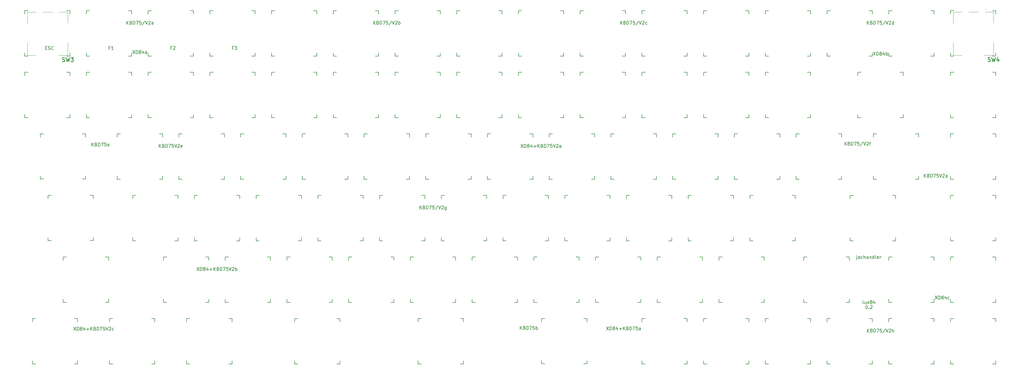
<source format=gbr>
G04 #@! TF.GenerationSoftware,KiCad,Pcbnew,(5.1.4)-1*
G04 #@! TF.CreationDate,2021-03-25T14:40:39-07:00*
G04 #@! TF.ProjectId,lux84,6c757838-342e-46b6-9963-61645f706362,rev?*
G04 #@! TF.SameCoordinates,Original*
G04 #@! TF.FileFunction,Legend,Top*
G04 #@! TF.FilePolarity,Positive*
%FSLAX46Y46*%
G04 Gerber Fmt 4.6, Leading zero omitted, Abs format (unit mm)*
G04 Created by KiCad (PCBNEW (5.1.4)-1) date 2021-03-25 14:40:39*
%MOMM*%
%LPD*%
G04 APERTURE LIST*
%ADD10C,0.150000*%
%ADD11C,0.100000*%
%ADD12C,0.254000*%
G04 APERTURE END LIST*
D10*
X128506666Y-101295571D02*
X128173333Y-101295571D01*
X128173333Y-101819380D02*
X128173333Y-100819380D01*
X128649523Y-100819380D01*
X128935238Y-100819380D02*
X129554285Y-100819380D01*
X129220952Y-101200333D01*
X129363809Y-101200333D01*
X129459047Y-101247952D01*
X129506666Y-101295571D01*
X129554285Y-101390809D01*
X129554285Y-101628904D01*
X129506666Y-101724142D01*
X129459047Y-101771761D01*
X129363809Y-101819380D01*
X129078095Y-101819380D01*
X128982857Y-101771761D01*
X128935238Y-101724142D01*
X109456666Y-101295571D02*
X109123333Y-101295571D01*
X109123333Y-101819380D02*
X109123333Y-100819380D01*
X109599523Y-100819380D01*
X109932857Y-100914619D02*
X109980476Y-100867000D01*
X110075714Y-100819380D01*
X110313809Y-100819380D01*
X110409047Y-100867000D01*
X110456666Y-100914619D01*
X110504285Y-101009857D01*
X110504285Y-101105095D01*
X110456666Y-101247952D01*
X109885238Y-101819380D01*
X110504285Y-101819380D01*
X90406666Y-101295571D02*
X90073333Y-101295571D01*
X90073333Y-101819380D02*
X90073333Y-100819380D01*
X90549523Y-100819380D01*
X91454285Y-101819380D02*
X90882857Y-101819380D01*
X91168571Y-101819380D02*
X91168571Y-100819380D01*
X91073333Y-100962238D01*
X90978095Y-101057476D01*
X90882857Y-101105095D01*
X70499523Y-101295571D02*
X70832857Y-101295571D01*
X70975714Y-101819380D02*
X70499523Y-101819380D01*
X70499523Y-100819380D01*
X70975714Y-100819380D01*
X71356666Y-101771761D02*
X71499523Y-101819380D01*
X71737619Y-101819380D01*
X71832857Y-101771761D01*
X71880476Y-101724142D01*
X71928095Y-101628904D01*
X71928095Y-101533666D01*
X71880476Y-101438428D01*
X71832857Y-101390809D01*
X71737619Y-101343190D01*
X71547142Y-101295571D01*
X71451904Y-101247952D01*
X71404285Y-101200333D01*
X71356666Y-101105095D01*
X71356666Y-101009857D01*
X71404285Y-100914619D01*
X71451904Y-100867000D01*
X71547142Y-100819380D01*
X71785238Y-100819380D01*
X71928095Y-100867000D01*
X72928095Y-101724142D02*
X72880476Y-101771761D01*
X72737619Y-101819380D01*
X72642380Y-101819380D01*
X72499523Y-101771761D01*
X72404285Y-101676523D01*
X72356666Y-101581285D01*
X72309047Y-101390809D01*
X72309047Y-101247952D01*
X72356666Y-101057476D01*
X72404285Y-100962238D01*
X72499523Y-100867000D01*
X72642380Y-100819380D01*
X72737619Y-100819380D01*
X72880476Y-100867000D01*
X72928095Y-100914619D01*
X323912095Y-180956380D02*
X324007333Y-180956380D01*
X324102571Y-181004000D01*
X324150190Y-181051619D01*
X324197809Y-181146857D01*
X324245428Y-181337333D01*
X324245428Y-181575428D01*
X324197809Y-181765904D01*
X324150190Y-181861142D01*
X324102571Y-181908761D01*
X324007333Y-181956380D01*
X323912095Y-181956380D01*
X323816857Y-181908761D01*
X323769238Y-181861142D01*
X323721619Y-181765904D01*
X323674000Y-181575428D01*
X323674000Y-181337333D01*
X323721619Y-181146857D01*
X323769238Y-181051619D01*
X323816857Y-181004000D01*
X323912095Y-180956380D01*
X324674000Y-181861142D02*
X324721619Y-181908761D01*
X324674000Y-181956380D01*
X324626380Y-181908761D01*
X324674000Y-181861142D01*
X324674000Y-181956380D01*
X325102571Y-181051619D02*
X325150190Y-181004000D01*
X325245428Y-180956380D01*
X325483523Y-180956380D01*
X325578761Y-181004000D01*
X325626380Y-181051619D01*
X325674000Y-181146857D01*
X325674000Y-181242095D01*
X325626380Y-181384952D01*
X325054952Y-181956380D01*
X325674000Y-181956380D01*
X322983523Y-180432380D02*
X322888285Y-180384761D01*
X322840666Y-180289523D01*
X322840666Y-179432380D01*
X323793047Y-179765714D02*
X323793047Y-180432380D01*
X323364476Y-179765714D02*
X323364476Y-180289523D01*
X323412095Y-180384761D01*
X323507333Y-180432380D01*
X323650190Y-180432380D01*
X323745428Y-180384761D01*
X323793047Y-180337142D01*
X324174000Y-180432380D02*
X324697809Y-179765714D01*
X324174000Y-179765714D02*
X324697809Y-180432380D01*
X325221619Y-179860952D02*
X325126380Y-179813333D01*
X325078761Y-179765714D01*
X325031142Y-179670476D01*
X325031142Y-179622857D01*
X325078761Y-179527619D01*
X325126380Y-179480000D01*
X325221619Y-179432380D01*
X325412095Y-179432380D01*
X325507333Y-179480000D01*
X325554952Y-179527619D01*
X325602571Y-179622857D01*
X325602571Y-179670476D01*
X325554952Y-179765714D01*
X325507333Y-179813333D01*
X325412095Y-179860952D01*
X325221619Y-179860952D01*
X325126380Y-179908571D01*
X325078761Y-179956190D01*
X325031142Y-180051428D01*
X325031142Y-180241904D01*
X325078761Y-180337142D01*
X325126380Y-180384761D01*
X325221619Y-180432380D01*
X325412095Y-180432380D01*
X325507333Y-180384761D01*
X325554952Y-180337142D01*
X325602571Y-180241904D01*
X325602571Y-180051428D01*
X325554952Y-179956190D01*
X325507333Y-179908571D01*
X325412095Y-179860952D01*
X326459714Y-179765714D02*
X326459714Y-180432380D01*
X326221619Y-179384761D02*
X325983523Y-180099047D01*
X326602571Y-180099047D01*
X320856523Y-165795714D02*
X320856523Y-166652857D01*
X320808904Y-166748095D01*
X320713666Y-166795714D01*
X320666047Y-166795714D01*
X320856523Y-165462380D02*
X320808904Y-165510000D01*
X320856523Y-165557619D01*
X320904142Y-165510000D01*
X320856523Y-165462380D01*
X320856523Y-165557619D01*
X321761285Y-166462380D02*
X321761285Y-165938571D01*
X321713666Y-165843333D01*
X321618428Y-165795714D01*
X321427952Y-165795714D01*
X321332714Y-165843333D01*
X321761285Y-166414761D02*
X321666047Y-166462380D01*
X321427952Y-166462380D01*
X321332714Y-166414761D01*
X321285095Y-166319523D01*
X321285095Y-166224285D01*
X321332714Y-166129047D01*
X321427952Y-166081428D01*
X321666047Y-166081428D01*
X321761285Y-166033809D01*
X322666047Y-166414761D02*
X322570809Y-166462380D01*
X322380333Y-166462380D01*
X322285095Y-166414761D01*
X322237476Y-166367142D01*
X322189857Y-166271904D01*
X322189857Y-165986190D01*
X322237476Y-165890952D01*
X322285095Y-165843333D01*
X322380333Y-165795714D01*
X322570809Y-165795714D01*
X322666047Y-165843333D01*
X323094619Y-166462380D02*
X323094619Y-165462380D01*
X323523190Y-166462380D02*
X323523190Y-165938571D01*
X323475571Y-165843333D01*
X323380333Y-165795714D01*
X323237476Y-165795714D01*
X323142238Y-165843333D01*
X323094619Y-165890952D01*
X324427952Y-166462380D02*
X324427952Y-165938571D01*
X324380333Y-165843333D01*
X324285095Y-165795714D01*
X324094619Y-165795714D01*
X323999380Y-165843333D01*
X324427952Y-166414761D02*
X324332714Y-166462380D01*
X324094619Y-166462380D01*
X323999380Y-166414761D01*
X323951761Y-166319523D01*
X323951761Y-166224285D01*
X323999380Y-166129047D01*
X324094619Y-166081428D01*
X324332714Y-166081428D01*
X324427952Y-166033809D01*
X324904142Y-165795714D02*
X324904142Y-166462380D01*
X324904142Y-165890952D02*
X324951761Y-165843333D01*
X325047000Y-165795714D01*
X325189857Y-165795714D01*
X325285095Y-165843333D01*
X325332714Y-165938571D01*
X325332714Y-166462380D01*
X326237476Y-166462380D02*
X326237476Y-165462380D01*
X326237476Y-166414761D02*
X326142238Y-166462380D01*
X325951761Y-166462380D01*
X325856523Y-166414761D01*
X325808904Y-166367142D01*
X325761285Y-166271904D01*
X325761285Y-165986190D01*
X325808904Y-165890952D01*
X325856523Y-165843333D01*
X325951761Y-165795714D01*
X326142238Y-165795714D01*
X326237476Y-165843333D01*
X326856523Y-166462380D02*
X326761285Y-166414761D01*
X326713666Y-166319523D01*
X326713666Y-165462380D01*
X327618428Y-166414761D02*
X327523190Y-166462380D01*
X327332714Y-166462380D01*
X327237476Y-166414761D01*
X327189857Y-166319523D01*
X327189857Y-165938571D01*
X327237476Y-165843333D01*
X327332714Y-165795714D01*
X327523190Y-165795714D01*
X327618428Y-165843333D01*
X327666047Y-165938571D01*
X327666047Y-166033809D01*
X327189857Y-166129047D01*
X328094619Y-166462380D02*
X328094619Y-165795714D01*
X328094619Y-165986190D02*
X328142238Y-165890952D01*
X328189857Y-165843333D01*
X328285095Y-165795714D01*
X328380333Y-165795714D01*
X64055000Y-109845000D02*
X64055000Y-108845000D01*
X64055000Y-122845000D02*
X65055000Y-122845000D01*
X65055000Y-108845000D02*
X64055000Y-108845000D01*
X64055000Y-122845000D02*
X64055000Y-121845000D01*
X78055000Y-121845000D02*
X78055000Y-122845000D01*
X78055000Y-108845000D02*
X77055000Y-108845000D01*
X77055000Y-122845000D02*
X78055000Y-122845000D01*
X78055000Y-108845000D02*
X78055000Y-109845000D01*
X64055000Y-122845000D02*
X65055000Y-122845000D01*
X77055000Y-122845000D02*
X78055000Y-122845000D01*
X331849000Y-160945000D02*
X332849000Y-160945000D01*
X318849000Y-160945000D02*
X319849000Y-160945000D01*
X332849000Y-146945000D02*
X332849000Y-147945000D01*
X331849000Y-160945000D02*
X332849000Y-160945000D01*
X332849000Y-146945000D02*
X331849000Y-146945000D01*
X332849000Y-159945000D02*
X332849000Y-160945000D01*
X318849000Y-160945000D02*
X318849000Y-159945000D01*
X319849000Y-146945000D02*
X318849000Y-146945000D01*
X318849000Y-160945000D02*
X319849000Y-160945000D01*
X318849000Y-147945000D02*
X318849000Y-146945000D01*
X64055000Y-90795000D02*
X64055000Y-89795000D01*
X64055000Y-103795000D02*
X65055000Y-103795000D01*
X65055000Y-89795000D02*
X64055000Y-89795000D01*
X64055000Y-103795000D02*
X64055000Y-102795000D01*
X78055000Y-102795000D02*
X78055000Y-103795000D01*
X78055000Y-89795000D02*
X77055000Y-89795000D01*
X77055000Y-103795000D02*
X78055000Y-103795000D01*
X78055000Y-89795000D02*
X78055000Y-90795000D01*
X64055000Y-103795000D02*
X65055000Y-103795000D01*
X77055000Y-103795000D02*
X78055000Y-103795000D01*
X349805000Y-90795000D02*
X349805000Y-89795000D01*
X349805000Y-103795000D02*
X350805000Y-103795000D01*
X350805000Y-89795000D02*
X349805000Y-89795000D01*
X349805000Y-103795000D02*
X349805000Y-102795000D01*
X363805000Y-102795000D02*
X363805000Y-103795000D01*
X363805000Y-89795000D02*
X362805000Y-89795000D01*
X362805000Y-103795000D02*
X363805000Y-103795000D01*
X363805000Y-89795000D02*
X363805000Y-90795000D01*
X349805000Y-103795000D02*
X350805000Y-103795000D01*
X362805000Y-103795000D02*
X363805000Y-103795000D01*
D11*
X360793900Y-89232200D02*
G75*
G02X360793900Y-89332200I0J-50000D01*
G01*
X360793900Y-89332200D02*
G75*
G02X360793900Y-89232200I0J50000D01*
G01*
X360793900Y-89332200D02*
X360793900Y-89332200D01*
X360793900Y-89232200D02*
X360793900Y-89232200D01*
X363093900Y-90182200D02*
X363093900Y-93582200D01*
X360493900Y-90182200D02*
X363093900Y-90182200D01*
X355393900Y-90182200D02*
X358393900Y-90182200D01*
X363093900Y-103582200D02*
X363093900Y-99582200D01*
X360193900Y-103582200D02*
X363093900Y-103582200D01*
X350693900Y-103582200D02*
X353293900Y-103582200D01*
X350693900Y-99582200D02*
X350693900Y-103582200D01*
X350693900Y-90182200D02*
X350693900Y-93882200D01*
X353293900Y-90182200D02*
X350693900Y-90182200D01*
X75056600Y-89257600D02*
G75*
G02X75056600Y-89357600I0J-50000D01*
G01*
X75056600Y-89357600D02*
G75*
G02X75056600Y-89257600I0J50000D01*
G01*
X75056600Y-89357600D02*
X75056600Y-89357600D01*
X75056600Y-89257600D02*
X75056600Y-89257600D01*
X77356600Y-90207600D02*
X77356600Y-93607600D01*
X74756600Y-90207600D02*
X77356600Y-90207600D01*
X69656600Y-90207600D02*
X72656600Y-90207600D01*
X77356600Y-103607600D02*
X77356600Y-99607600D01*
X74456600Y-103607600D02*
X77356600Y-103607600D01*
X64956600Y-103607600D02*
X67556600Y-103607600D01*
X64956600Y-99607600D02*
X64956600Y-103607600D01*
X64956600Y-90207600D02*
X64956600Y-93907600D01*
X67556600Y-90207600D02*
X64956600Y-90207600D01*
D10*
X186499000Y-185045000D02*
X185499000Y-185045000D01*
X199499000Y-185045000D02*
X198499000Y-185045000D01*
X185499000Y-199045000D02*
X185499000Y-198045000D01*
X186499000Y-185045000D02*
X185499000Y-185045000D01*
X185499000Y-199045000D02*
X186499000Y-199045000D01*
X185499000Y-186045000D02*
X185499000Y-185045000D01*
X199499000Y-185045000D02*
X199499000Y-186045000D01*
X198499000Y-199045000D02*
X199499000Y-199045000D01*
X199499000Y-185045000D02*
X198499000Y-185045000D01*
X199499000Y-198045000D02*
X199499000Y-199045000D01*
X264080000Y-128895000D02*
X264080000Y-127895000D01*
X264080000Y-141895000D02*
X265080000Y-141895000D01*
X265080000Y-127895000D02*
X264080000Y-127895000D01*
X264080000Y-141895000D02*
X264080000Y-140895000D01*
X278080000Y-140895000D02*
X278080000Y-141895000D01*
X278080000Y-127895000D02*
X277080000Y-127895000D01*
X277080000Y-141895000D02*
X278080000Y-141895000D01*
X278080000Y-127895000D02*
X278080000Y-128895000D01*
X264080000Y-141895000D02*
X265080000Y-141895000D01*
X277080000Y-141895000D02*
X278080000Y-141895000D01*
X83105000Y-109845000D02*
X83105000Y-108845000D01*
X83105000Y-122845000D02*
X84105000Y-122845000D01*
X84105000Y-108845000D02*
X83105000Y-108845000D01*
X83105000Y-122845000D02*
X83105000Y-121845000D01*
X97105000Y-121845000D02*
X97105000Y-122845000D01*
X97105000Y-108845000D02*
X96105000Y-108845000D01*
X96105000Y-122845000D02*
X97105000Y-122845000D01*
X97105000Y-108845000D02*
X97105000Y-109845000D01*
X83105000Y-122845000D02*
X84105000Y-122845000D01*
X96105000Y-122845000D02*
X97105000Y-122845000D01*
X102155000Y-109845000D02*
X102155000Y-108845000D01*
X102155000Y-122845000D02*
X103155000Y-122845000D01*
X103155000Y-108845000D02*
X102155000Y-108845000D01*
X102155000Y-122845000D02*
X102155000Y-121845000D01*
X116155000Y-121845000D02*
X116155000Y-122845000D01*
X116155000Y-108845000D02*
X115155000Y-108845000D01*
X115155000Y-122845000D02*
X116155000Y-122845000D01*
X116155000Y-108845000D02*
X116155000Y-109845000D01*
X102155000Y-122845000D02*
X103155000Y-122845000D01*
X115155000Y-122845000D02*
X116155000Y-122845000D01*
X121205000Y-109845000D02*
X121205000Y-108845000D01*
X121205000Y-122845000D02*
X122205000Y-122845000D01*
X122205000Y-108845000D02*
X121205000Y-108845000D01*
X121205000Y-122845000D02*
X121205000Y-121845000D01*
X135205000Y-121845000D02*
X135205000Y-122845000D01*
X135205000Y-108845000D02*
X134205000Y-108845000D01*
X134205000Y-122845000D02*
X135205000Y-122845000D01*
X135205000Y-108845000D02*
X135205000Y-109845000D01*
X121205000Y-122845000D02*
X122205000Y-122845000D01*
X134205000Y-122845000D02*
X135205000Y-122845000D01*
X140255000Y-109845000D02*
X140255000Y-108845000D01*
X140255000Y-122845000D02*
X141255000Y-122845000D01*
X141255000Y-108845000D02*
X140255000Y-108845000D01*
X140255000Y-122845000D02*
X140255000Y-121845000D01*
X154255000Y-121845000D02*
X154255000Y-122845000D01*
X154255000Y-108845000D02*
X153255000Y-108845000D01*
X153255000Y-122845000D02*
X154255000Y-122845000D01*
X154255000Y-108845000D02*
X154255000Y-109845000D01*
X140255000Y-122845000D02*
X141255000Y-122845000D01*
X153255000Y-122845000D02*
X154255000Y-122845000D01*
X159305000Y-109845000D02*
X159305000Y-108845000D01*
X159305000Y-122845000D02*
X160305000Y-122845000D01*
X160305000Y-108845000D02*
X159305000Y-108845000D01*
X159305000Y-122845000D02*
X159305000Y-121845000D01*
X173305000Y-121845000D02*
X173305000Y-122845000D01*
X173305000Y-108845000D02*
X172305000Y-108845000D01*
X172305000Y-122845000D02*
X173305000Y-122845000D01*
X173305000Y-108845000D02*
X173305000Y-109845000D01*
X159305000Y-122845000D02*
X160305000Y-122845000D01*
X172305000Y-122845000D02*
X173305000Y-122845000D01*
X178355000Y-109845000D02*
X178355000Y-108845000D01*
X178355000Y-122845000D02*
X179355000Y-122845000D01*
X179355000Y-108845000D02*
X178355000Y-108845000D01*
X178355000Y-122845000D02*
X178355000Y-121845000D01*
X192355000Y-121845000D02*
X192355000Y-122845000D01*
X192355000Y-108845000D02*
X191355000Y-108845000D01*
X191355000Y-122845000D02*
X192355000Y-122845000D01*
X192355000Y-108845000D02*
X192355000Y-109845000D01*
X178355000Y-122845000D02*
X179355000Y-122845000D01*
X191355000Y-122845000D02*
X192355000Y-122845000D01*
X197405000Y-109845000D02*
X197405000Y-108845000D01*
X197405000Y-122845000D02*
X198405000Y-122845000D01*
X198405000Y-108845000D02*
X197405000Y-108845000D01*
X197405000Y-122845000D02*
X197405000Y-121845000D01*
X211405000Y-121845000D02*
X211405000Y-122845000D01*
X211405000Y-108845000D02*
X210405000Y-108845000D01*
X210405000Y-122845000D02*
X211405000Y-122845000D01*
X211405000Y-108845000D02*
X211405000Y-109845000D01*
X197405000Y-122845000D02*
X198405000Y-122845000D01*
X210405000Y-122845000D02*
X211405000Y-122845000D01*
X216455000Y-109845000D02*
X216455000Y-108845000D01*
X216455000Y-122845000D02*
X217455000Y-122845000D01*
X217455000Y-108845000D02*
X216455000Y-108845000D01*
X216455000Y-122845000D02*
X216455000Y-121845000D01*
X230455000Y-121845000D02*
X230455000Y-122845000D01*
X230455000Y-108845000D02*
X229455000Y-108845000D01*
X229455000Y-122845000D02*
X230455000Y-122845000D01*
X230455000Y-108845000D02*
X230455000Y-109845000D01*
X216455000Y-122845000D02*
X217455000Y-122845000D01*
X229455000Y-122845000D02*
X230455000Y-122845000D01*
X235505000Y-109845000D02*
X235505000Y-108845000D01*
X235505000Y-122845000D02*
X236505000Y-122845000D01*
X236505000Y-108845000D02*
X235505000Y-108845000D01*
X235505000Y-122845000D02*
X235505000Y-121845000D01*
X249505000Y-121845000D02*
X249505000Y-122845000D01*
X249505000Y-108845000D02*
X248505000Y-108845000D01*
X248505000Y-122845000D02*
X249505000Y-122845000D01*
X249505000Y-108845000D02*
X249505000Y-109845000D01*
X235505000Y-122845000D02*
X236505000Y-122845000D01*
X248505000Y-122845000D02*
X249505000Y-122845000D01*
X254555000Y-109845000D02*
X254555000Y-108845000D01*
X254555000Y-122845000D02*
X255555000Y-122845000D01*
X255555000Y-108845000D02*
X254555000Y-108845000D01*
X254555000Y-122845000D02*
X254555000Y-121845000D01*
X268555000Y-121845000D02*
X268555000Y-122845000D01*
X268555000Y-108845000D02*
X267555000Y-108845000D01*
X267555000Y-122845000D02*
X268555000Y-122845000D01*
X268555000Y-108845000D02*
X268555000Y-109845000D01*
X254555000Y-122845000D02*
X255555000Y-122845000D01*
X267555000Y-122845000D02*
X268555000Y-122845000D01*
X273605000Y-109845000D02*
X273605000Y-108845000D01*
X273605000Y-122845000D02*
X274605000Y-122845000D01*
X274605000Y-108845000D02*
X273605000Y-108845000D01*
X273605000Y-122845000D02*
X273605000Y-121845000D01*
X287605000Y-121845000D02*
X287605000Y-122845000D01*
X287605000Y-108845000D02*
X286605000Y-108845000D01*
X286605000Y-122845000D02*
X287605000Y-122845000D01*
X287605000Y-108845000D02*
X287605000Y-109845000D01*
X273605000Y-122845000D02*
X274605000Y-122845000D01*
X286605000Y-122845000D02*
X287605000Y-122845000D01*
X292655000Y-109845000D02*
X292655000Y-108845000D01*
X292655000Y-122845000D02*
X293655000Y-122845000D01*
X293655000Y-108845000D02*
X292655000Y-108845000D01*
X292655000Y-122845000D02*
X292655000Y-121845000D01*
X306655000Y-121845000D02*
X306655000Y-122845000D01*
X306655000Y-108845000D02*
X305655000Y-108845000D01*
X305655000Y-122845000D02*
X306655000Y-122845000D01*
X306655000Y-108845000D02*
X306655000Y-109845000D01*
X292655000Y-122845000D02*
X293655000Y-122845000D01*
X305655000Y-122845000D02*
X306655000Y-122845000D01*
X334230000Y-122845000D02*
X335230000Y-122845000D01*
X321230000Y-122845000D02*
X322230000Y-122845000D01*
X335230000Y-108845000D02*
X335230000Y-109845000D01*
X334230000Y-122845000D02*
X335230000Y-122845000D01*
X335230000Y-108845000D02*
X334230000Y-108845000D01*
X335230000Y-121845000D02*
X335230000Y-122845000D01*
X321230000Y-122845000D02*
X321230000Y-121845000D01*
X322230000Y-108845000D02*
X321230000Y-108845000D01*
X321230000Y-122845000D02*
X322230000Y-122845000D01*
X321230000Y-109845000D02*
X321230000Y-108845000D01*
X349805000Y-109845000D02*
X349805000Y-108845000D01*
X349805000Y-122845000D02*
X350805000Y-122845000D01*
X350805000Y-108845000D02*
X349805000Y-108845000D01*
X349805000Y-122845000D02*
X349805000Y-121845000D01*
X363805000Y-121845000D02*
X363805000Y-122845000D01*
X363805000Y-108845000D02*
X362805000Y-108845000D01*
X362805000Y-122845000D02*
X363805000Y-122845000D01*
X363805000Y-108845000D02*
X363805000Y-109845000D01*
X349805000Y-122845000D02*
X350805000Y-122845000D01*
X362805000Y-122845000D02*
X363805000Y-122845000D01*
X92630000Y-128895000D02*
X92630000Y-127895000D01*
X92630000Y-141895000D02*
X93630000Y-141895000D01*
X93630000Y-127895000D02*
X92630000Y-127895000D01*
X92630000Y-141895000D02*
X92630000Y-140895000D01*
X106630000Y-140895000D02*
X106630000Y-141895000D01*
X106630000Y-127895000D02*
X105630000Y-127895000D01*
X105630000Y-141895000D02*
X106630000Y-141895000D01*
X106630000Y-127895000D02*
X106630000Y-128895000D01*
X92630000Y-141895000D02*
X93630000Y-141895000D01*
X105630000Y-141895000D02*
X106630000Y-141895000D01*
X111680000Y-128895000D02*
X111680000Y-127895000D01*
X111680000Y-141895000D02*
X112680000Y-141895000D01*
X112680000Y-127895000D02*
X111680000Y-127895000D01*
X111680000Y-141895000D02*
X111680000Y-140895000D01*
X125680000Y-140895000D02*
X125680000Y-141895000D01*
X125680000Y-127895000D02*
X124680000Y-127895000D01*
X124680000Y-141895000D02*
X125680000Y-141895000D01*
X125680000Y-127895000D02*
X125680000Y-128895000D01*
X111680000Y-141895000D02*
X112680000Y-141895000D01*
X124680000Y-141895000D02*
X125680000Y-141895000D01*
X130730000Y-128895000D02*
X130730000Y-127895000D01*
X130730000Y-141895000D02*
X131730000Y-141895000D01*
X131730000Y-127895000D02*
X130730000Y-127895000D01*
X130730000Y-141895000D02*
X130730000Y-140895000D01*
X144730000Y-140895000D02*
X144730000Y-141895000D01*
X144730000Y-127895000D02*
X143730000Y-127895000D01*
X143730000Y-141895000D02*
X144730000Y-141895000D01*
X144730000Y-127895000D02*
X144730000Y-128895000D01*
X130730000Y-141895000D02*
X131730000Y-141895000D01*
X143730000Y-141895000D02*
X144730000Y-141895000D01*
X149780000Y-128895000D02*
X149780000Y-127895000D01*
X149780000Y-141895000D02*
X150780000Y-141895000D01*
X150780000Y-127895000D02*
X149780000Y-127895000D01*
X149780000Y-141895000D02*
X149780000Y-140895000D01*
X163780000Y-140895000D02*
X163780000Y-141895000D01*
X163780000Y-127895000D02*
X162780000Y-127895000D01*
X162780000Y-141895000D02*
X163780000Y-141895000D01*
X163780000Y-127895000D02*
X163780000Y-128895000D01*
X149780000Y-141895000D02*
X150780000Y-141895000D01*
X162780000Y-141895000D02*
X163780000Y-141895000D01*
X168830000Y-128895000D02*
X168830000Y-127895000D01*
X168830000Y-141895000D02*
X169830000Y-141895000D01*
X169830000Y-127895000D02*
X168830000Y-127895000D01*
X168830000Y-141895000D02*
X168830000Y-140895000D01*
X182830000Y-140895000D02*
X182830000Y-141895000D01*
X182830000Y-127895000D02*
X181830000Y-127895000D01*
X181830000Y-141895000D02*
X182830000Y-141895000D01*
X182830000Y-127895000D02*
X182830000Y-128895000D01*
X168830000Y-141895000D02*
X169830000Y-141895000D01*
X181830000Y-141895000D02*
X182830000Y-141895000D01*
X187880000Y-128895000D02*
X187880000Y-127895000D01*
X187880000Y-141895000D02*
X188880000Y-141895000D01*
X188880000Y-127895000D02*
X187880000Y-127895000D01*
X187880000Y-141895000D02*
X187880000Y-140895000D01*
X201880000Y-140895000D02*
X201880000Y-141895000D01*
X201880000Y-127895000D02*
X200880000Y-127895000D01*
X200880000Y-141895000D02*
X201880000Y-141895000D01*
X201880000Y-127895000D02*
X201880000Y-128895000D01*
X187880000Y-141895000D02*
X188880000Y-141895000D01*
X200880000Y-141895000D02*
X201880000Y-141895000D01*
X206930000Y-128895000D02*
X206930000Y-127895000D01*
X206930000Y-141895000D02*
X207930000Y-141895000D01*
X207930000Y-127895000D02*
X206930000Y-127895000D01*
X206930000Y-141895000D02*
X206930000Y-140895000D01*
X220930000Y-140895000D02*
X220930000Y-141895000D01*
X220930000Y-127895000D02*
X219930000Y-127895000D01*
X219930000Y-141895000D02*
X220930000Y-141895000D01*
X220930000Y-127895000D02*
X220930000Y-128895000D01*
X206930000Y-141895000D02*
X207930000Y-141895000D01*
X219930000Y-141895000D02*
X220930000Y-141895000D01*
X225980000Y-128895000D02*
X225980000Y-127895000D01*
X225980000Y-141895000D02*
X226980000Y-141895000D01*
X226980000Y-127895000D02*
X225980000Y-127895000D01*
X225980000Y-141895000D02*
X225980000Y-140895000D01*
X239980000Y-140895000D02*
X239980000Y-141895000D01*
X239980000Y-127895000D02*
X238980000Y-127895000D01*
X238980000Y-141895000D02*
X239980000Y-141895000D01*
X239980000Y-127895000D02*
X239980000Y-128895000D01*
X225980000Y-141895000D02*
X226980000Y-141895000D01*
X238980000Y-141895000D02*
X239980000Y-141895000D01*
X245030000Y-128895000D02*
X245030000Y-127895000D01*
X245030000Y-141895000D02*
X246030000Y-141895000D01*
X246030000Y-127895000D02*
X245030000Y-127895000D01*
X245030000Y-141895000D02*
X245030000Y-140895000D01*
X259030000Y-140895000D02*
X259030000Y-141895000D01*
X259030000Y-127895000D02*
X258030000Y-127895000D01*
X258030000Y-141895000D02*
X259030000Y-141895000D01*
X259030000Y-127895000D02*
X259030000Y-128895000D01*
X245030000Y-141895000D02*
X246030000Y-141895000D01*
X258030000Y-141895000D02*
X259030000Y-141895000D01*
X283130000Y-128895000D02*
X283130000Y-127895000D01*
X283130000Y-141895000D02*
X284130000Y-141895000D01*
X284130000Y-127895000D02*
X283130000Y-127895000D01*
X283130000Y-141895000D02*
X283130000Y-140895000D01*
X297130000Y-140895000D02*
X297130000Y-141895000D01*
X297130000Y-127895000D02*
X296130000Y-127895000D01*
X296130000Y-141895000D02*
X297130000Y-141895000D01*
X297130000Y-127895000D02*
X297130000Y-128895000D01*
X283130000Y-141895000D02*
X284130000Y-141895000D01*
X296130000Y-141895000D02*
X297130000Y-141895000D01*
X302180000Y-128895000D02*
X302180000Y-127895000D01*
X302180000Y-141895000D02*
X303180000Y-141895000D01*
X303180000Y-127895000D02*
X302180000Y-127895000D01*
X302180000Y-141895000D02*
X302180000Y-140895000D01*
X316180000Y-140895000D02*
X316180000Y-141895000D01*
X316180000Y-127895000D02*
X315180000Y-127895000D01*
X315180000Y-141895000D02*
X316180000Y-141895000D01*
X316180000Y-127895000D02*
X316180000Y-128895000D01*
X302180000Y-141895000D02*
X303180000Y-141895000D01*
X315180000Y-141895000D02*
X316180000Y-141895000D01*
X338993000Y-141895000D02*
X339993000Y-141895000D01*
X325993000Y-141895000D02*
X326993000Y-141895000D01*
X339993000Y-127895000D02*
X339993000Y-128895000D01*
X338993000Y-141895000D02*
X339993000Y-141895000D01*
X339993000Y-127895000D02*
X338993000Y-127895000D01*
X339993000Y-140895000D02*
X339993000Y-141895000D01*
X325993000Y-141895000D02*
X325993000Y-140895000D01*
X326993000Y-127895000D02*
X325993000Y-127895000D01*
X325993000Y-141895000D02*
X326993000Y-141895000D01*
X325993000Y-128895000D02*
X325993000Y-127895000D01*
X349805000Y-128895000D02*
X349805000Y-127895000D01*
X349805000Y-141895000D02*
X350805000Y-141895000D01*
X350805000Y-127895000D02*
X349805000Y-127895000D01*
X349805000Y-141895000D02*
X349805000Y-140895000D01*
X363805000Y-140895000D02*
X363805000Y-141895000D01*
X363805000Y-127895000D02*
X362805000Y-127895000D01*
X362805000Y-141895000D02*
X363805000Y-141895000D01*
X363805000Y-127895000D02*
X363805000Y-128895000D01*
X349805000Y-141895000D02*
X350805000Y-141895000D01*
X362805000Y-141895000D02*
X363805000Y-141895000D01*
X84262250Y-160919600D02*
X85262250Y-160919600D01*
X71262250Y-160919600D02*
X72262250Y-160919600D01*
X85262250Y-146919600D02*
X85262250Y-147919600D01*
X84262250Y-160919600D02*
X85262250Y-160919600D01*
X85262250Y-146919600D02*
X84262250Y-146919600D01*
X85262250Y-159919600D02*
X85262250Y-160919600D01*
X71262250Y-160919600D02*
X71262250Y-159919600D01*
X72262250Y-146919600D02*
X71262250Y-146919600D01*
X71262250Y-160919600D02*
X72262250Y-160919600D01*
X71262250Y-147919600D02*
X71262250Y-146919600D01*
X97392500Y-147945000D02*
X97392500Y-146945000D01*
X97392500Y-160945000D02*
X98392500Y-160945000D01*
X98392500Y-146945000D02*
X97392500Y-146945000D01*
X97392500Y-160945000D02*
X97392500Y-159945000D01*
X111392500Y-159945000D02*
X111392500Y-160945000D01*
X111392500Y-146945000D02*
X110392500Y-146945000D01*
X110392500Y-160945000D02*
X111392500Y-160945000D01*
X111392500Y-146945000D02*
X111392500Y-147945000D01*
X97392500Y-160945000D02*
X98392500Y-160945000D01*
X110392500Y-160945000D02*
X111392500Y-160945000D01*
X116442500Y-147945000D02*
X116442500Y-146945000D01*
X116442500Y-160945000D02*
X117442500Y-160945000D01*
X117442500Y-146945000D02*
X116442500Y-146945000D01*
X116442500Y-160945000D02*
X116442500Y-159945000D01*
X130442500Y-159945000D02*
X130442500Y-160945000D01*
X130442500Y-146945000D02*
X129442500Y-146945000D01*
X129442500Y-160945000D02*
X130442500Y-160945000D01*
X130442500Y-146945000D02*
X130442500Y-147945000D01*
X116442500Y-160945000D02*
X117442500Y-160945000D01*
X129442500Y-160945000D02*
X130442500Y-160945000D01*
X135492500Y-147945000D02*
X135492500Y-146945000D01*
X135492500Y-160945000D02*
X136492500Y-160945000D01*
X136492500Y-146945000D02*
X135492500Y-146945000D01*
X135492500Y-160945000D02*
X135492500Y-159945000D01*
X149492500Y-159945000D02*
X149492500Y-160945000D01*
X149492500Y-146945000D02*
X148492500Y-146945000D01*
X148492500Y-160945000D02*
X149492500Y-160945000D01*
X149492500Y-146945000D02*
X149492500Y-147945000D01*
X135492500Y-160945000D02*
X136492500Y-160945000D01*
X148492500Y-160945000D02*
X149492500Y-160945000D01*
X154542500Y-147945000D02*
X154542500Y-146945000D01*
X154542500Y-160945000D02*
X155542500Y-160945000D01*
X155542500Y-146945000D02*
X154542500Y-146945000D01*
X154542500Y-160945000D02*
X154542500Y-159945000D01*
X168542500Y-159945000D02*
X168542500Y-160945000D01*
X168542500Y-146945000D02*
X167542500Y-146945000D01*
X167542500Y-160945000D02*
X168542500Y-160945000D01*
X168542500Y-146945000D02*
X168542500Y-147945000D01*
X154542500Y-160945000D02*
X155542500Y-160945000D01*
X167542500Y-160945000D02*
X168542500Y-160945000D01*
X173593000Y-147945000D02*
X173593000Y-146945000D01*
X173593000Y-160945000D02*
X174593000Y-160945000D01*
X174593000Y-146945000D02*
X173593000Y-146945000D01*
X173593000Y-160945000D02*
X173593000Y-159945000D01*
X187593000Y-159945000D02*
X187593000Y-160945000D01*
X187593000Y-146945000D02*
X186593000Y-146945000D01*
X186593000Y-160945000D02*
X187593000Y-160945000D01*
X187593000Y-146945000D02*
X187593000Y-147945000D01*
X173593000Y-160945000D02*
X174593000Y-160945000D01*
X186593000Y-160945000D02*
X187593000Y-160945000D01*
X192643000Y-147945000D02*
X192643000Y-146945000D01*
X192643000Y-160945000D02*
X193643000Y-160945000D01*
X193643000Y-146945000D02*
X192643000Y-146945000D01*
X192643000Y-160945000D02*
X192643000Y-159945000D01*
X206643000Y-159945000D02*
X206643000Y-160945000D01*
X206643000Y-146945000D02*
X205643000Y-146945000D01*
X205643000Y-160945000D02*
X206643000Y-160945000D01*
X206643000Y-146945000D02*
X206643000Y-147945000D01*
X192643000Y-160945000D02*
X193643000Y-160945000D01*
X205643000Y-160945000D02*
X206643000Y-160945000D01*
X211693000Y-147945000D02*
X211693000Y-146945000D01*
X211693000Y-160945000D02*
X212693000Y-160945000D01*
X212693000Y-146945000D02*
X211693000Y-146945000D01*
X211693000Y-160945000D02*
X211693000Y-159945000D01*
X225693000Y-159945000D02*
X225693000Y-160945000D01*
X225693000Y-146945000D02*
X224693000Y-146945000D01*
X224693000Y-160945000D02*
X225693000Y-160945000D01*
X225693000Y-146945000D02*
X225693000Y-147945000D01*
X211693000Y-160945000D02*
X212693000Y-160945000D01*
X224693000Y-160945000D02*
X225693000Y-160945000D01*
X230743000Y-147945000D02*
X230743000Y-146945000D01*
X230743000Y-160945000D02*
X231743000Y-160945000D01*
X231743000Y-146945000D02*
X230743000Y-146945000D01*
X230743000Y-160945000D02*
X230743000Y-159945000D01*
X244743000Y-159945000D02*
X244743000Y-160945000D01*
X244743000Y-146945000D02*
X243743000Y-146945000D01*
X243743000Y-160945000D02*
X244743000Y-160945000D01*
X244743000Y-146945000D02*
X244743000Y-147945000D01*
X230743000Y-160945000D02*
X231743000Y-160945000D01*
X243743000Y-160945000D02*
X244743000Y-160945000D01*
X249793000Y-147945000D02*
X249793000Y-146945000D01*
X249793000Y-160945000D02*
X250793000Y-160945000D01*
X250793000Y-146945000D02*
X249793000Y-146945000D01*
X249793000Y-160945000D02*
X249793000Y-159945000D01*
X263793000Y-159945000D02*
X263793000Y-160945000D01*
X263793000Y-146945000D02*
X262793000Y-146945000D01*
X262793000Y-160945000D02*
X263793000Y-160945000D01*
X263793000Y-146945000D02*
X263793000Y-147945000D01*
X249793000Y-160945000D02*
X250793000Y-160945000D01*
X262793000Y-160945000D02*
X263793000Y-160945000D01*
X268843000Y-147945000D02*
X268843000Y-146945000D01*
X268843000Y-160945000D02*
X269843000Y-160945000D01*
X269843000Y-146945000D02*
X268843000Y-146945000D01*
X268843000Y-160945000D02*
X268843000Y-159945000D01*
X282843000Y-159945000D02*
X282843000Y-160945000D01*
X282843000Y-146945000D02*
X281843000Y-146945000D01*
X281843000Y-160945000D02*
X282843000Y-160945000D01*
X282843000Y-146945000D02*
X282843000Y-147945000D01*
X268843000Y-160945000D02*
X269843000Y-160945000D01*
X281843000Y-160945000D02*
X282843000Y-160945000D01*
X287893000Y-147945000D02*
X287893000Y-146945000D01*
X287893000Y-160945000D02*
X288893000Y-160945000D01*
X288893000Y-146945000D02*
X287893000Y-146945000D01*
X287893000Y-160945000D02*
X287893000Y-159945000D01*
X301893000Y-159945000D02*
X301893000Y-160945000D01*
X301893000Y-146945000D02*
X300893000Y-146945000D01*
X300893000Y-160945000D02*
X301893000Y-160945000D01*
X301893000Y-146945000D02*
X301893000Y-147945000D01*
X287893000Y-160945000D02*
X288893000Y-160945000D01*
X300893000Y-160945000D02*
X301893000Y-160945000D01*
X349805000Y-147945000D02*
X349805000Y-146945000D01*
X349805000Y-160945000D02*
X350805000Y-160945000D01*
X350805000Y-146945000D02*
X349805000Y-146945000D01*
X349805000Y-160945000D02*
X349805000Y-159945000D01*
X363805000Y-159945000D02*
X363805000Y-160945000D01*
X363805000Y-146945000D02*
X362805000Y-146945000D01*
X362805000Y-160945000D02*
X363805000Y-160945000D01*
X363805000Y-146945000D02*
X363805000Y-147945000D01*
X349805000Y-160945000D02*
X350805000Y-160945000D01*
X362805000Y-160945000D02*
X363805000Y-160945000D01*
X88961300Y-179995000D02*
X89961300Y-179995000D01*
X75961300Y-179995000D02*
X76961300Y-179995000D01*
X89961300Y-165995000D02*
X89961300Y-166995000D01*
X88961300Y-179995000D02*
X89961300Y-179995000D01*
X89961300Y-165995000D02*
X88961300Y-165995000D01*
X89961300Y-178995000D02*
X89961300Y-179995000D01*
X75961300Y-179995000D02*
X75961300Y-178995000D01*
X76961300Y-165995000D02*
X75961300Y-165995000D01*
X75961300Y-179995000D02*
X76961300Y-179995000D01*
X75961300Y-166995000D02*
X75961300Y-165995000D01*
X106917600Y-166995000D02*
X106917600Y-165995000D01*
X106917600Y-179995000D02*
X107917600Y-179995000D01*
X107917600Y-165995000D02*
X106917600Y-165995000D01*
X106917600Y-179995000D02*
X106917600Y-178995000D01*
X120917600Y-178995000D02*
X120917600Y-179995000D01*
X120917600Y-165995000D02*
X119917600Y-165995000D01*
X119917600Y-179995000D02*
X120917600Y-179995000D01*
X120917600Y-165995000D02*
X120917600Y-166995000D01*
X106917600Y-179995000D02*
X107917600Y-179995000D01*
X119917600Y-179995000D02*
X120917600Y-179995000D01*
X125967600Y-166995000D02*
X125967600Y-165995000D01*
X125967600Y-179995000D02*
X126967600Y-179995000D01*
X126967600Y-165995000D02*
X125967600Y-165995000D01*
X125967600Y-179995000D02*
X125967600Y-178995000D01*
X139967600Y-178995000D02*
X139967600Y-179995000D01*
X139967600Y-165995000D02*
X138967600Y-165995000D01*
X138967600Y-179995000D02*
X139967600Y-179995000D01*
X139967600Y-165995000D02*
X139967600Y-166995000D01*
X125967600Y-179995000D02*
X126967600Y-179995000D01*
X138967600Y-179995000D02*
X139967600Y-179995000D01*
X145017600Y-166995000D02*
X145017600Y-165995000D01*
X145017600Y-179995000D02*
X146017600Y-179995000D01*
X146017600Y-165995000D02*
X145017600Y-165995000D01*
X145017600Y-179995000D02*
X145017600Y-178995000D01*
X159017600Y-178995000D02*
X159017600Y-179995000D01*
X159017600Y-165995000D02*
X158017600Y-165995000D01*
X158017600Y-179995000D02*
X159017600Y-179995000D01*
X159017600Y-165995000D02*
X159017600Y-166995000D01*
X145017600Y-179995000D02*
X146017600Y-179995000D01*
X158017600Y-179995000D02*
X159017600Y-179995000D01*
X164067600Y-166995000D02*
X164067600Y-165995000D01*
X164067600Y-179995000D02*
X165067600Y-179995000D01*
X165067600Y-165995000D02*
X164067600Y-165995000D01*
X164067600Y-179995000D02*
X164067600Y-178995000D01*
X178067600Y-178995000D02*
X178067600Y-179995000D01*
X178067600Y-165995000D02*
X177067600Y-165995000D01*
X177067600Y-179995000D02*
X178067600Y-179995000D01*
X178067600Y-165995000D02*
X178067600Y-166995000D01*
X164067600Y-179995000D02*
X165067600Y-179995000D01*
X177067600Y-179995000D02*
X178067600Y-179995000D01*
X183117600Y-166995000D02*
X183117600Y-165995000D01*
X183117600Y-179995000D02*
X184117600Y-179995000D01*
X184117600Y-165995000D02*
X183117600Y-165995000D01*
X183117600Y-179995000D02*
X183117600Y-178995000D01*
X197117600Y-178995000D02*
X197117600Y-179995000D01*
X197117600Y-165995000D02*
X196117600Y-165995000D01*
X196117600Y-179995000D02*
X197117600Y-179995000D01*
X197117600Y-165995000D02*
X197117600Y-166995000D01*
X183117600Y-179995000D02*
X184117600Y-179995000D01*
X196117600Y-179995000D02*
X197117600Y-179995000D01*
X202167600Y-166995000D02*
X202167600Y-165995000D01*
X202167600Y-179995000D02*
X203167600Y-179995000D01*
X203167600Y-165995000D02*
X202167600Y-165995000D01*
X202167600Y-179995000D02*
X202167600Y-178995000D01*
X216167600Y-178995000D02*
X216167600Y-179995000D01*
X216167600Y-165995000D02*
X215167600Y-165995000D01*
X215167600Y-179995000D02*
X216167600Y-179995000D01*
X216167600Y-165995000D02*
X216167600Y-166995000D01*
X202167600Y-179995000D02*
X203167600Y-179995000D01*
X215167600Y-179995000D02*
X216167600Y-179995000D01*
X221217600Y-166995000D02*
X221217600Y-165995000D01*
X221217600Y-179995000D02*
X222217600Y-179995000D01*
X222217600Y-165995000D02*
X221217600Y-165995000D01*
X221217600Y-179995000D02*
X221217600Y-178995000D01*
X235217600Y-178995000D02*
X235217600Y-179995000D01*
X235217600Y-165995000D02*
X234217600Y-165995000D01*
X234217600Y-179995000D02*
X235217600Y-179995000D01*
X235217600Y-165995000D02*
X235217600Y-166995000D01*
X221217600Y-179995000D02*
X222217600Y-179995000D01*
X234217600Y-179995000D02*
X235217600Y-179995000D01*
X240267600Y-166995000D02*
X240267600Y-165995000D01*
X240267600Y-179995000D02*
X241267600Y-179995000D01*
X241267600Y-165995000D02*
X240267600Y-165995000D01*
X240267600Y-179995000D02*
X240267600Y-178995000D01*
X254267600Y-178995000D02*
X254267600Y-179995000D01*
X254267600Y-165995000D02*
X253267600Y-165995000D01*
X253267600Y-179995000D02*
X254267600Y-179995000D01*
X254267600Y-165995000D02*
X254267600Y-166995000D01*
X240267600Y-179995000D02*
X241267600Y-179995000D01*
X253267600Y-179995000D02*
X254267600Y-179995000D01*
X259317600Y-166995000D02*
X259317600Y-165995000D01*
X259317600Y-179995000D02*
X260317600Y-179995000D01*
X260317600Y-165995000D02*
X259317600Y-165995000D01*
X259317600Y-179995000D02*
X259317600Y-178995000D01*
X273317600Y-178995000D02*
X273317600Y-179995000D01*
X273317600Y-165995000D02*
X272317600Y-165995000D01*
X272317600Y-179995000D02*
X273317600Y-179995000D01*
X273317600Y-165995000D02*
X273317600Y-166995000D01*
X259317600Y-179995000D02*
X260317600Y-179995000D01*
X272317600Y-179995000D02*
X273317600Y-179995000D01*
X278367600Y-166995000D02*
X278367600Y-165995000D01*
X278367600Y-179995000D02*
X279367600Y-179995000D01*
X279367600Y-165995000D02*
X278367600Y-165995000D01*
X278367600Y-179995000D02*
X278367600Y-178995000D01*
X292367600Y-178995000D02*
X292367600Y-179995000D01*
X292367600Y-165995000D02*
X291367600Y-165995000D01*
X291367600Y-179995000D02*
X292367600Y-179995000D01*
X292367600Y-165995000D02*
X292367600Y-166995000D01*
X278367600Y-179995000D02*
X279367600Y-179995000D01*
X291367600Y-179995000D02*
X292367600Y-179995000D01*
X317561300Y-179995000D02*
X318561300Y-179995000D01*
X304561300Y-179995000D02*
X305561300Y-179995000D01*
X318561300Y-165995000D02*
X318561300Y-166995000D01*
X317561300Y-179995000D02*
X318561300Y-179995000D01*
X318561300Y-165995000D02*
X317561300Y-165995000D01*
X318561300Y-178995000D02*
X318561300Y-179995000D01*
X304561300Y-179995000D02*
X304561300Y-178995000D01*
X305561300Y-165995000D02*
X304561300Y-165995000D01*
X304561300Y-179995000D02*
X305561300Y-179995000D01*
X304561300Y-166995000D02*
X304561300Y-165995000D01*
X330755000Y-166995000D02*
X330755000Y-165995000D01*
X330755000Y-179995000D02*
X331755000Y-179995000D01*
X331755000Y-165995000D02*
X330755000Y-165995000D01*
X330755000Y-179995000D02*
X330755000Y-178995000D01*
X344755000Y-178995000D02*
X344755000Y-179995000D01*
X344755000Y-165995000D02*
X343755000Y-165995000D01*
X343755000Y-179995000D02*
X344755000Y-179995000D01*
X344755000Y-165995000D02*
X344755000Y-166995000D01*
X330755000Y-179995000D02*
X331755000Y-179995000D01*
X343755000Y-179995000D02*
X344755000Y-179995000D01*
X349805000Y-166995000D02*
X349805000Y-165995000D01*
X349805000Y-179995000D02*
X350805000Y-179995000D01*
X350805000Y-165995000D02*
X349805000Y-165995000D01*
X349805000Y-179995000D02*
X349805000Y-178995000D01*
X363805000Y-178995000D02*
X363805000Y-179995000D01*
X363805000Y-165995000D02*
X362805000Y-165995000D01*
X362805000Y-179995000D02*
X363805000Y-179995000D01*
X363805000Y-165995000D02*
X363805000Y-166995000D01*
X349805000Y-179995000D02*
X350805000Y-179995000D01*
X362805000Y-179995000D02*
X363805000Y-179995000D01*
X79436250Y-199045000D02*
X80436250Y-199045000D01*
X66436250Y-199045000D02*
X67436250Y-199045000D01*
X80436250Y-185045000D02*
X80436250Y-186045000D01*
X79436250Y-199045000D02*
X80436250Y-199045000D01*
X80436250Y-185045000D02*
X79436250Y-185045000D01*
X80436250Y-198045000D02*
X80436250Y-199045000D01*
X66436250Y-199045000D02*
X66436250Y-198045000D01*
X67436250Y-185045000D02*
X66436250Y-185045000D01*
X66436250Y-199045000D02*
X67436250Y-199045000D01*
X66436250Y-186045000D02*
X66436250Y-185045000D01*
X103248800Y-199045000D02*
X104248800Y-199045000D01*
X90248800Y-199045000D02*
X91248800Y-199045000D01*
X104248800Y-185045000D02*
X104248800Y-186045000D01*
X103248800Y-199045000D02*
X104248800Y-199045000D01*
X104248800Y-185045000D02*
X103248800Y-185045000D01*
X104248800Y-198045000D02*
X104248800Y-199045000D01*
X90248800Y-199045000D02*
X90248800Y-198045000D01*
X91248800Y-185045000D02*
X90248800Y-185045000D01*
X90248800Y-199045000D02*
X91248800Y-199045000D01*
X90248800Y-186045000D02*
X90248800Y-185045000D01*
X127061300Y-199045000D02*
X128061300Y-199045000D01*
X114061300Y-199045000D02*
X115061300Y-199045000D01*
X128061300Y-185045000D02*
X128061300Y-186045000D01*
X127061300Y-199045000D02*
X128061300Y-199045000D01*
X128061300Y-185045000D02*
X127061300Y-185045000D01*
X128061300Y-198045000D02*
X128061300Y-199045000D01*
X114061300Y-199045000D02*
X114061300Y-198045000D01*
X115061300Y-185045000D02*
X114061300Y-185045000D01*
X114061300Y-199045000D02*
X115061300Y-199045000D01*
X114061300Y-186045000D02*
X114061300Y-185045000D01*
X254555000Y-186045000D02*
X254555000Y-185045000D01*
X254555000Y-199045000D02*
X255555000Y-199045000D01*
X255555000Y-185045000D02*
X254555000Y-185045000D01*
X254555000Y-199045000D02*
X254555000Y-198045000D01*
X268555000Y-198045000D02*
X268555000Y-199045000D01*
X268555000Y-185045000D02*
X267555000Y-185045000D01*
X267555000Y-199045000D02*
X268555000Y-199045000D01*
X268555000Y-185045000D02*
X268555000Y-186045000D01*
X254555000Y-199045000D02*
X255555000Y-199045000D01*
X267555000Y-199045000D02*
X268555000Y-199045000D01*
X273605000Y-186045000D02*
X273605000Y-185045000D01*
X273605000Y-199045000D02*
X274605000Y-199045000D01*
X274605000Y-185045000D02*
X273605000Y-185045000D01*
X273605000Y-199045000D02*
X273605000Y-198045000D01*
X287605000Y-198045000D02*
X287605000Y-199045000D01*
X287605000Y-185045000D02*
X286605000Y-185045000D01*
X286605000Y-199045000D02*
X287605000Y-199045000D01*
X287605000Y-185045000D02*
X287605000Y-186045000D01*
X273605000Y-199045000D02*
X274605000Y-199045000D01*
X286605000Y-199045000D02*
X287605000Y-199045000D01*
X292655000Y-186045000D02*
X292655000Y-185045000D01*
X292655000Y-199045000D02*
X293655000Y-199045000D01*
X293655000Y-185045000D02*
X292655000Y-185045000D01*
X292655000Y-199045000D02*
X292655000Y-198045000D01*
X306655000Y-198045000D02*
X306655000Y-199045000D01*
X306655000Y-185045000D02*
X305655000Y-185045000D01*
X305655000Y-199045000D02*
X306655000Y-199045000D01*
X306655000Y-185045000D02*
X306655000Y-186045000D01*
X292655000Y-199045000D02*
X293655000Y-199045000D01*
X305655000Y-199045000D02*
X306655000Y-199045000D01*
X311705000Y-186045000D02*
X311705000Y-185045000D01*
X311705000Y-199045000D02*
X312705000Y-199045000D01*
X312705000Y-185045000D02*
X311705000Y-185045000D01*
X311705000Y-199045000D02*
X311705000Y-198045000D01*
X325705000Y-198045000D02*
X325705000Y-199045000D01*
X325705000Y-185045000D02*
X324705000Y-185045000D01*
X324705000Y-199045000D02*
X325705000Y-199045000D01*
X325705000Y-185045000D02*
X325705000Y-186045000D01*
X311705000Y-199045000D02*
X312705000Y-199045000D01*
X324705000Y-199045000D02*
X325705000Y-199045000D01*
X330755000Y-186045000D02*
X330755000Y-185045000D01*
X330755000Y-199045000D02*
X331755000Y-199045000D01*
X331755000Y-185045000D02*
X330755000Y-185045000D01*
X330755000Y-199045000D02*
X330755000Y-198045000D01*
X344755000Y-198045000D02*
X344755000Y-199045000D01*
X344755000Y-185045000D02*
X343755000Y-185045000D01*
X343755000Y-199045000D02*
X344755000Y-199045000D01*
X344755000Y-185045000D02*
X344755000Y-186045000D01*
X330755000Y-199045000D02*
X331755000Y-199045000D01*
X343755000Y-199045000D02*
X344755000Y-199045000D01*
X349805000Y-186045000D02*
X349805000Y-185045000D01*
X349805000Y-199045000D02*
X350805000Y-199045000D01*
X350805000Y-185045000D02*
X349805000Y-185045000D01*
X349805000Y-199045000D02*
X349805000Y-198045000D01*
X363805000Y-198045000D02*
X363805000Y-199045000D01*
X363805000Y-185045000D02*
X362805000Y-185045000D01*
X362805000Y-199045000D02*
X363805000Y-199045000D01*
X363805000Y-185045000D02*
X363805000Y-186045000D01*
X349805000Y-199045000D02*
X350805000Y-199045000D01*
X362805000Y-199045000D02*
X363805000Y-199045000D01*
X83105000Y-90795000D02*
X83105000Y-89795000D01*
X83105000Y-103795000D02*
X84105000Y-103795000D01*
X84105000Y-89795000D02*
X83105000Y-89795000D01*
X83105000Y-103795000D02*
X83105000Y-102795000D01*
X97105000Y-102795000D02*
X97105000Y-103795000D01*
X97105000Y-89795000D02*
X96105000Y-89795000D01*
X96105000Y-103795000D02*
X97105000Y-103795000D01*
X97105000Y-89795000D02*
X97105000Y-90795000D01*
X83105000Y-103795000D02*
X84105000Y-103795000D01*
X96105000Y-103795000D02*
X97105000Y-103795000D01*
X102155000Y-90795000D02*
X102155000Y-89795000D01*
X102155000Y-103795000D02*
X103155000Y-103795000D01*
X103155000Y-89795000D02*
X102155000Y-89795000D01*
X102155000Y-103795000D02*
X102155000Y-102795000D01*
X116155000Y-102795000D02*
X116155000Y-103795000D01*
X116155000Y-89795000D02*
X115155000Y-89795000D01*
X115155000Y-103795000D02*
X116155000Y-103795000D01*
X116155000Y-89795000D02*
X116155000Y-90795000D01*
X102155000Y-103795000D02*
X103155000Y-103795000D01*
X115155000Y-103795000D02*
X116155000Y-103795000D01*
X121205000Y-90795000D02*
X121205000Y-89795000D01*
X121205000Y-103795000D02*
X122205000Y-103795000D01*
X122205000Y-89795000D02*
X121205000Y-89795000D01*
X121205000Y-103795000D02*
X121205000Y-102795000D01*
X135205000Y-102795000D02*
X135205000Y-103795000D01*
X135205000Y-89795000D02*
X134205000Y-89795000D01*
X134205000Y-103795000D02*
X135205000Y-103795000D01*
X135205000Y-89795000D02*
X135205000Y-90795000D01*
X121205000Y-103795000D02*
X122205000Y-103795000D01*
X134205000Y-103795000D02*
X135205000Y-103795000D01*
X140255000Y-90795000D02*
X140255000Y-89795000D01*
X140255000Y-103795000D02*
X141255000Y-103795000D01*
X141255000Y-89795000D02*
X140255000Y-89795000D01*
X140255000Y-103795000D02*
X140255000Y-102795000D01*
X154255000Y-102795000D02*
X154255000Y-103795000D01*
X154255000Y-89795000D02*
X153255000Y-89795000D01*
X153255000Y-103795000D02*
X154255000Y-103795000D01*
X154255000Y-89795000D02*
X154255000Y-90795000D01*
X140255000Y-103795000D02*
X141255000Y-103795000D01*
X153255000Y-103795000D02*
X154255000Y-103795000D01*
X159305000Y-90795000D02*
X159305000Y-89795000D01*
X159305000Y-103795000D02*
X160305000Y-103795000D01*
X160305000Y-89795000D02*
X159305000Y-89795000D01*
X159305000Y-103795000D02*
X159305000Y-102795000D01*
X173305000Y-102795000D02*
X173305000Y-103795000D01*
X173305000Y-89795000D02*
X172305000Y-89795000D01*
X172305000Y-103795000D02*
X173305000Y-103795000D01*
X173305000Y-89795000D02*
X173305000Y-90795000D01*
X159305000Y-103795000D02*
X160305000Y-103795000D01*
X172305000Y-103795000D02*
X173305000Y-103795000D01*
X178355000Y-90795000D02*
X178355000Y-89795000D01*
X178355000Y-103795000D02*
X179355000Y-103795000D01*
X179355000Y-89795000D02*
X178355000Y-89795000D01*
X178355000Y-103795000D02*
X178355000Y-102795000D01*
X192355000Y-102795000D02*
X192355000Y-103795000D01*
X192355000Y-89795000D02*
X191355000Y-89795000D01*
X191355000Y-103795000D02*
X192355000Y-103795000D01*
X192355000Y-89795000D02*
X192355000Y-90795000D01*
X178355000Y-103795000D02*
X179355000Y-103795000D01*
X191355000Y-103795000D02*
X192355000Y-103795000D01*
X197405000Y-90795000D02*
X197405000Y-89795000D01*
X197405000Y-103795000D02*
X198405000Y-103795000D01*
X198405000Y-89795000D02*
X197405000Y-89795000D01*
X197405000Y-103795000D02*
X197405000Y-102795000D01*
X211405000Y-102795000D02*
X211405000Y-103795000D01*
X211405000Y-89795000D02*
X210405000Y-89795000D01*
X210405000Y-103795000D02*
X211405000Y-103795000D01*
X211405000Y-89795000D02*
X211405000Y-90795000D01*
X197405000Y-103795000D02*
X198405000Y-103795000D01*
X210405000Y-103795000D02*
X211405000Y-103795000D01*
X216455000Y-90795000D02*
X216455000Y-89795000D01*
X216455000Y-103795000D02*
X217455000Y-103795000D01*
X217455000Y-89795000D02*
X216455000Y-89795000D01*
X216455000Y-103795000D02*
X216455000Y-102795000D01*
X230455000Y-102795000D02*
X230455000Y-103795000D01*
X230455000Y-89795000D02*
X229455000Y-89795000D01*
X229455000Y-103795000D02*
X230455000Y-103795000D01*
X230455000Y-89795000D02*
X230455000Y-90795000D01*
X216455000Y-103795000D02*
X217455000Y-103795000D01*
X229455000Y-103795000D02*
X230455000Y-103795000D01*
X235505000Y-90795000D02*
X235505000Y-89795000D01*
X235505000Y-103795000D02*
X236505000Y-103795000D01*
X236505000Y-89795000D02*
X235505000Y-89795000D01*
X235505000Y-103795000D02*
X235505000Y-102795000D01*
X249505000Y-102795000D02*
X249505000Y-103795000D01*
X249505000Y-89795000D02*
X248505000Y-89795000D01*
X248505000Y-103795000D02*
X249505000Y-103795000D01*
X249505000Y-89795000D02*
X249505000Y-90795000D01*
X235505000Y-103795000D02*
X236505000Y-103795000D01*
X248505000Y-103795000D02*
X249505000Y-103795000D01*
X254555000Y-90795000D02*
X254555000Y-89795000D01*
X254555000Y-103795000D02*
X255555000Y-103795000D01*
X255555000Y-89795000D02*
X254555000Y-89795000D01*
X254555000Y-103795000D02*
X254555000Y-102795000D01*
X268555000Y-102795000D02*
X268555000Y-103795000D01*
X268555000Y-89795000D02*
X267555000Y-89795000D01*
X267555000Y-103795000D02*
X268555000Y-103795000D01*
X268555000Y-89795000D02*
X268555000Y-90795000D01*
X254555000Y-103795000D02*
X255555000Y-103795000D01*
X267555000Y-103795000D02*
X268555000Y-103795000D01*
X273605000Y-90795000D02*
X273605000Y-89795000D01*
X273605000Y-103795000D02*
X274605000Y-103795000D01*
X274605000Y-89795000D02*
X273605000Y-89795000D01*
X273605000Y-103795000D02*
X273605000Y-102795000D01*
X287605000Y-102795000D02*
X287605000Y-103795000D01*
X287605000Y-89795000D02*
X286605000Y-89795000D01*
X286605000Y-103795000D02*
X287605000Y-103795000D01*
X287605000Y-89795000D02*
X287605000Y-90795000D01*
X273605000Y-103795000D02*
X274605000Y-103795000D01*
X286605000Y-103795000D02*
X287605000Y-103795000D01*
X292655000Y-90795000D02*
X292655000Y-89795000D01*
X292655000Y-103795000D02*
X293655000Y-103795000D01*
X293655000Y-89795000D02*
X292655000Y-89795000D01*
X292655000Y-103795000D02*
X292655000Y-102795000D01*
X306655000Y-102795000D02*
X306655000Y-103795000D01*
X306655000Y-89795000D02*
X305655000Y-89795000D01*
X305655000Y-103795000D02*
X306655000Y-103795000D01*
X306655000Y-89795000D02*
X306655000Y-90795000D01*
X292655000Y-103795000D02*
X293655000Y-103795000D01*
X305655000Y-103795000D02*
X306655000Y-103795000D01*
X311705000Y-90795000D02*
X311705000Y-89795000D01*
X311705000Y-103795000D02*
X312705000Y-103795000D01*
X312705000Y-89795000D02*
X311705000Y-89795000D01*
X311705000Y-103795000D02*
X311705000Y-102795000D01*
X325705000Y-102795000D02*
X325705000Y-103795000D01*
X325705000Y-89795000D02*
X324705000Y-89795000D01*
X324705000Y-103795000D02*
X325705000Y-103795000D01*
X325705000Y-89795000D02*
X325705000Y-90795000D01*
X311705000Y-103795000D02*
X312705000Y-103795000D01*
X324705000Y-103795000D02*
X325705000Y-103795000D01*
X330755000Y-90795000D02*
X330755000Y-89795000D01*
X330755000Y-103795000D02*
X331755000Y-103795000D01*
X331755000Y-89795000D02*
X330755000Y-89795000D01*
X330755000Y-103795000D02*
X330755000Y-102795000D01*
X344755000Y-102795000D02*
X344755000Y-103795000D01*
X344755000Y-89795000D02*
X343755000Y-89795000D01*
X343755000Y-103795000D02*
X344755000Y-103795000D01*
X344755000Y-89795000D02*
X344755000Y-90795000D01*
X330755000Y-103795000D02*
X331755000Y-103795000D01*
X343755000Y-103795000D02*
X344755000Y-103795000D01*
X147398800Y-186045000D02*
X147398800Y-185045000D01*
X147398800Y-199045000D02*
X148398800Y-199045000D01*
X148398800Y-185045000D02*
X147398800Y-185045000D01*
X147398800Y-199045000D02*
X147398800Y-198045000D01*
X161398800Y-198045000D02*
X161398800Y-199045000D01*
X161398800Y-185045000D02*
X160398800Y-185045000D01*
X160398800Y-199045000D02*
X161398800Y-199045000D01*
X161398800Y-185045000D02*
X161398800Y-186045000D01*
X147398800Y-199045000D02*
X148398800Y-199045000D01*
X160398800Y-199045000D02*
X161398800Y-199045000D01*
X236605100Y-199032300D02*
X237605100Y-199032300D01*
X223605100Y-199032300D02*
X224605100Y-199032300D01*
X237605100Y-185032300D02*
X237605100Y-186032300D01*
X236605100Y-199032300D02*
X237605100Y-199032300D01*
X237605100Y-185032300D02*
X236605100Y-185032300D01*
X237605100Y-198032300D02*
X237605100Y-199032300D01*
X223605100Y-199032300D02*
X223605100Y-198032300D01*
X224605100Y-185032300D02*
X223605100Y-185032300D01*
X223605100Y-199032300D02*
X224605100Y-199032300D01*
X223605100Y-186032300D02*
X223605100Y-185032300D01*
X68881000Y-128869600D02*
X68881000Y-127869600D01*
X68881000Y-141869600D02*
X69881000Y-141869600D01*
X69881000Y-127869600D02*
X68881000Y-127869600D01*
X68881000Y-141869600D02*
X68881000Y-140869600D01*
X82881000Y-140869600D02*
X82881000Y-141869600D01*
X82881000Y-127869600D02*
X81881000Y-127869600D01*
X81881000Y-141869600D02*
X82881000Y-141869600D01*
X82881000Y-127869600D02*
X82881000Y-128869600D01*
X68881000Y-141869600D02*
X69881000Y-141869600D01*
X81881000Y-141869600D02*
X82881000Y-141869600D01*
D12*
X361398166Y-105437047D02*
X361579595Y-105497523D01*
X361881976Y-105497523D01*
X362002928Y-105437047D01*
X362063404Y-105376571D01*
X362123880Y-105255619D01*
X362123880Y-105134666D01*
X362063404Y-105013714D01*
X362002928Y-104953238D01*
X361881976Y-104892761D01*
X361640071Y-104832285D01*
X361519119Y-104771809D01*
X361458642Y-104711333D01*
X361398166Y-104590380D01*
X361398166Y-104469428D01*
X361458642Y-104348476D01*
X361519119Y-104288000D01*
X361640071Y-104227523D01*
X361942452Y-104227523D01*
X362123880Y-104288000D01*
X362547214Y-104227523D02*
X362849595Y-105497523D01*
X363091500Y-104590380D01*
X363333404Y-105497523D01*
X363635785Y-104227523D01*
X364663880Y-104650857D02*
X364663880Y-105497523D01*
X364361500Y-104167047D02*
X364059119Y-105074190D01*
X364845309Y-105074190D01*
X75660866Y-105462447D02*
X75842295Y-105522923D01*
X76144676Y-105522923D01*
X76265628Y-105462447D01*
X76326104Y-105401971D01*
X76386580Y-105281019D01*
X76386580Y-105160066D01*
X76326104Y-105039114D01*
X76265628Y-104978638D01*
X76144676Y-104918161D01*
X75902771Y-104857685D01*
X75781819Y-104797209D01*
X75721342Y-104736733D01*
X75660866Y-104615780D01*
X75660866Y-104494828D01*
X75721342Y-104373876D01*
X75781819Y-104313400D01*
X75902771Y-104252923D01*
X76205152Y-104252923D01*
X76386580Y-104313400D01*
X76809914Y-104252923D02*
X77112295Y-105522923D01*
X77354200Y-104615780D01*
X77596104Y-105522923D01*
X77898485Y-104252923D01*
X78261342Y-104252923D02*
X79047533Y-104252923D01*
X78624200Y-104736733D01*
X78805628Y-104736733D01*
X78926580Y-104797209D01*
X78987057Y-104857685D01*
X79047533Y-104978638D01*
X79047533Y-105281019D01*
X78987057Y-105401971D01*
X78926580Y-105462447D01*
X78805628Y-105522923D01*
X78442771Y-105522923D01*
X78321819Y-105462447D01*
X78261342Y-105401971D01*
D10*
X341676571Y-141316380D02*
X341676571Y-140316380D01*
X342248000Y-141316380D02*
X341819428Y-140744952D01*
X342248000Y-140316380D02*
X341676571Y-140887809D01*
X343009904Y-140792571D02*
X343152761Y-140840190D01*
X343200380Y-140887809D01*
X343248000Y-140983047D01*
X343248000Y-141125904D01*
X343200380Y-141221142D01*
X343152761Y-141268761D01*
X343057523Y-141316380D01*
X342676571Y-141316380D01*
X342676571Y-140316380D01*
X343009904Y-140316380D01*
X343105142Y-140364000D01*
X343152761Y-140411619D01*
X343200380Y-140506857D01*
X343200380Y-140602095D01*
X343152761Y-140697333D01*
X343105142Y-140744952D01*
X343009904Y-140792571D01*
X342676571Y-140792571D01*
X343676571Y-141316380D02*
X343676571Y-140316380D01*
X343914666Y-140316380D01*
X344057523Y-140364000D01*
X344152761Y-140459238D01*
X344200380Y-140554476D01*
X344248000Y-140744952D01*
X344248000Y-140887809D01*
X344200380Y-141078285D01*
X344152761Y-141173523D01*
X344057523Y-141268761D01*
X343914666Y-141316380D01*
X343676571Y-141316380D01*
X344581333Y-140316380D02*
X345248000Y-140316380D01*
X344819428Y-141316380D01*
X346105142Y-140316380D02*
X345628952Y-140316380D01*
X345581333Y-140792571D01*
X345628952Y-140744952D01*
X345724190Y-140697333D01*
X345962285Y-140697333D01*
X346057523Y-140744952D01*
X346105142Y-140792571D01*
X346152761Y-140887809D01*
X346152761Y-141125904D01*
X346105142Y-141221142D01*
X346057523Y-141268761D01*
X345962285Y-141316380D01*
X345724190Y-141316380D01*
X345628952Y-141268761D01*
X345581333Y-141221142D01*
X346438476Y-140316380D02*
X346771809Y-141316380D01*
X347105142Y-140316380D01*
X347390857Y-140411619D02*
X347438476Y-140364000D01*
X347533714Y-140316380D01*
X347771809Y-140316380D01*
X347867047Y-140364000D01*
X347914666Y-140411619D01*
X347962285Y-140506857D01*
X347962285Y-140602095D01*
X347914666Y-140744952D01*
X347343238Y-141316380D01*
X347962285Y-141316380D01*
X348819428Y-141316380D02*
X348819428Y-140792571D01*
X348771809Y-140697333D01*
X348676571Y-140649714D01*
X348486095Y-140649714D01*
X348390857Y-140697333D01*
X348819428Y-141268761D02*
X348724190Y-141316380D01*
X348486095Y-141316380D01*
X348390857Y-141268761D01*
X348343238Y-141173523D01*
X348343238Y-141078285D01*
X348390857Y-140983047D01*
X348486095Y-140935428D01*
X348724190Y-140935428D01*
X348819428Y-140887809D01*
X105594680Y-132096580D02*
X105594680Y-131096580D01*
X106166109Y-132096580D02*
X105737538Y-131525152D01*
X106166109Y-131096580D02*
X105594680Y-131668009D01*
X106928014Y-131572771D02*
X107070871Y-131620390D01*
X107118490Y-131668009D01*
X107166109Y-131763247D01*
X107166109Y-131906104D01*
X107118490Y-132001342D01*
X107070871Y-132048961D01*
X106975633Y-132096580D01*
X106594680Y-132096580D01*
X106594680Y-131096580D01*
X106928014Y-131096580D01*
X107023252Y-131144200D01*
X107070871Y-131191819D01*
X107118490Y-131287057D01*
X107118490Y-131382295D01*
X107070871Y-131477533D01*
X107023252Y-131525152D01*
X106928014Y-131572771D01*
X106594680Y-131572771D01*
X107594680Y-132096580D02*
X107594680Y-131096580D01*
X107832776Y-131096580D01*
X107975633Y-131144200D01*
X108070871Y-131239438D01*
X108118490Y-131334676D01*
X108166109Y-131525152D01*
X108166109Y-131668009D01*
X108118490Y-131858485D01*
X108070871Y-131953723D01*
X107975633Y-132048961D01*
X107832776Y-132096580D01*
X107594680Y-132096580D01*
X108499442Y-131096580D02*
X109166109Y-131096580D01*
X108737538Y-132096580D01*
X110023252Y-131096580D02*
X109547061Y-131096580D01*
X109499442Y-131572771D01*
X109547061Y-131525152D01*
X109642300Y-131477533D01*
X109880395Y-131477533D01*
X109975633Y-131525152D01*
X110023252Y-131572771D01*
X110070871Y-131668009D01*
X110070871Y-131906104D01*
X110023252Y-132001342D01*
X109975633Y-132048961D01*
X109880395Y-132096580D01*
X109642300Y-132096580D01*
X109547061Y-132048961D01*
X109499442Y-132001342D01*
X110356585Y-131096580D02*
X110689919Y-132096580D01*
X111023252Y-131096580D01*
X111308966Y-131191819D02*
X111356585Y-131144200D01*
X111451823Y-131096580D01*
X111689919Y-131096580D01*
X111785157Y-131144200D01*
X111832776Y-131191819D01*
X111880395Y-131287057D01*
X111880395Y-131382295D01*
X111832776Y-131525152D01*
X111261347Y-132096580D01*
X111880395Y-132096580D01*
X112689919Y-132048961D02*
X112594680Y-132096580D01*
X112404204Y-132096580D01*
X112308966Y-132048961D01*
X112261347Y-131953723D01*
X112261347Y-131572771D01*
X112308966Y-131477533D01*
X112404204Y-131429914D01*
X112594680Y-131429914D01*
X112689919Y-131477533D01*
X112737538Y-131572771D01*
X112737538Y-131668009D01*
X112261347Y-131763247D01*
X324134761Y-189246580D02*
X324134761Y-188246580D01*
X324706190Y-189246580D02*
X324277619Y-188675152D01*
X324706190Y-188246580D02*
X324134761Y-188818009D01*
X325468095Y-188722771D02*
X325610952Y-188770390D01*
X325658571Y-188818009D01*
X325706190Y-188913247D01*
X325706190Y-189056104D01*
X325658571Y-189151342D01*
X325610952Y-189198961D01*
X325515714Y-189246580D01*
X325134761Y-189246580D01*
X325134761Y-188246580D01*
X325468095Y-188246580D01*
X325563333Y-188294200D01*
X325610952Y-188341819D01*
X325658571Y-188437057D01*
X325658571Y-188532295D01*
X325610952Y-188627533D01*
X325563333Y-188675152D01*
X325468095Y-188722771D01*
X325134761Y-188722771D01*
X326134761Y-189246580D02*
X326134761Y-188246580D01*
X326372857Y-188246580D01*
X326515714Y-188294200D01*
X326610952Y-188389438D01*
X326658571Y-188484676D01*
X326706190Y-188675152D01*
X326706190Y-188818009D01*
X326658571Y-189008485D01*
X326610952Y-189103723D01*
X326515714Y-189198961D01*
X326372857Y-189246580D01*
X326134761Y-189246580D01*
X327039523Y-188246580D02*
X327706190Y-188246580D01*
X327277619Y-189246580D01*
X328563333Y-188246580D02*
X328087142Y-188246580D01*
X328039523Y-188722771D01*
X328087142Y-188675152D01*
X328182380Y-188627533D01*
X328420476Y-188627533D01*
X328515714Y-188675152D01*
X328563333Y-188722771D01*
X328610952Y-188818009D01*
X328610952Y-189056104D01*
X328563333Y-189151342D01*
X328515714Y-189198961D01*
X328420476Y-189246580D01*
X328182380Y-189246580D01*
X328087142Y-189198961D01*
X328039523Y-189151342D01*
X329753809Y-188198961D02*
X328896666Y-189484676D01*
X329944285Y-188246580D02*
X330277619Y-189246580D01*
X330610952Y-188246580D01*
X330896666Y-188341819D02*
X330944285Y-188294200D01*
X331039523Y-188246580D01*
X331277619Y-188246580D01*
X331372857Y-188294200D01*
X331420476Y-188341819D01*
X331468095Y-188437057D01*
X331468095Y-188532295D01*
X331420476Y-188675152D01*
X330849047Y-189246580D01*
X331468095Y-189246580D01*
X331896666Y-189246580D02*
X331896666Y-188246580D01*
X332325238Y-189246580D02*
X332325238Y-188722771D01*
X332277619Y-188627533D01*
X332182380Y-188579914D01*
X332039523Y-188579914D01*
X331944285Y-188627533D01*
X331896666Y-188675152D01*
X216978333Y-188433380D02*
X216978333Y-187433380D01*
X217549761Y-188433380D02*
X217121190Y-187861952D01*
X217549761Y-187433380D02*
X216978333Y-188004809D01*
X218311666Y-187909571D02*
X218454523Y-187957190D01*
X218502142Y-188004809D01*
X218549761Y-188100047D01*
X218549761Y-188242904D01*
X218502142Y-188338142D01*
X218454523Y-188385761D01*
X218359285Y-188433380D01*
X217978333Y-188433380D01*
X217978333Y-187433380D01*
X218311666Y-187433380D01*
X218406904Y-187481000D01*
X218454523Y-187528619D01*
X218502142Y-187623857D01*
X218502142Y-187719095D01*
X218454523Y-187814333D01*
X218406904Y-187861952D01*
X218311666Y-187909571D01*
X217978333Y-187909571D01*
X218978333Y-188433380D02*
X218978333Y-187433380D01*
X219216428Y-187433380D01*
X219359285Y-187481000D01*
X219454523Y-187576238D01*
X219502142Y-187671476D01*
X219549761Y-187861952D01*
X219549761Y-188004809D01*
X219502142Y-188195285D01*
X219454523Y-188290523D01*
X219359285Y-188385761D01*
X219216428Y-188433380D01*
X218978333Y-188433380D01*
X219883095Y-187433380D02*
X220549761Y-187433380D01*
X220121190Y-188433380D01*
X221406904Y-187433380D02*
X220930714Y-187433380D01*
X220883095Y-187909571D01*
X220930714Y-187861952D01*
X221025952Y-187814333D01*
X221264047Y-187814333D01*
X221359285Y-187861952D01*
X221406904Y-187909571D01*
X221454523Y-188004809D01*
X221454523Y-188242904D01*
X221406904Y-188338142D01*
X221359285Y-188385761D01*
X221264047Y-188433380D01*
X221025952Y-188433380D01*
X220930714Y-188385761D01*
X220883095Y-188338142D01*
X221883095Y-188433380D02*
X221883095Y-187433380D01*
X221883095Y-187814333D02*
X221978333Y-187766714D01*
X222168809Y-187766714D01*
X222264047Y-187814333D01*
X222311666Y-187861952D01*
X222359285Y-187957190D01*
X222359285Y-188242904D01*
X222311666Y-188338142D01*
X222264047Y-188385761D01*
X222168809Y-188433380D01*
X221978333Y-188433380D01*
X221883095Y-188385761D01*
X186022261Y-151133880D02*
X186022261Y-150133880D01*
X186593690Y-151133880D02*
X186165119Y-150562452D01*
X186593690Y-150133880D02*
X186022261Y-150705309D01*
X187355595Y-150610071D02*
X187498452Y-150657690D01*
X187546071Y-150705309D01*
X187593690Y-150800547D01*
X187593690Y-150943404D01*
X187546071Y-151038642D01*
X187498452Y-151086261D01*
X187403214Y-151133880D01*
X187022261Y-151133880D01*
X187022261Y-150133880D01*
X187355595Y-150133880D01*
X187450833Y-150181500D01*
X187498452Y-150229119D01*
X187546071Y-150324357D01*
X187546071Y-150419595D01*
X187498452Y-150514833D01*
X187450833Y-150562452D01*
X187355595Y-150610071D01*
X187022261Y-150610071D01*
X188022261Y-151133880D02*
X188022261Y-150133880D01*
X188260357Y-150133880D01*
X188403214Y-150181500D01*
X188498452Y-150276738D01*
X188546071Y-150371976D01*
X188593690Y-150562452D01*
X188593690Y-150705309D01*
X188546071Y-150895785D01*
X188498452Y-150991023D01*
X188403214Y-151086261D01*
X188260357Y-151133880D01*
X188022261Y-151133880D01*
X188927023Y-150133880D02*
X189593690Y-150133880D01*
X189165119Y-151133880D01*
X190450833Y-150133880D02*
X189974642Y-150133880D01*
X189927023Y-150610071D01*
X189974642Y-150562452D01*
X190069880Y-150514833D01*
X190307976Y-150514833D01*
X190403214Y-150562452D01*
X190450833Y-150610071D01*
X190498452Y-150705309D01*
X190498452Y-150943404D01*
X190450833Y-151038642D01*
X190403214Y-151086261D01*
X190307976Y-151133880D01*
X190069880Y-151133880D01*
X189974642Y-151086261D01*
X189927023Y-151038642D01*
X191641309Y-150086261D02*
X190784166Y-151371976D01*
X191831785Y-150133880D02*
X192165119Y-151133880D01*
X192498452Y-150133880D01*
X192784166Y-150229119D02*
X192831785Y-150181500D01*
X192927023Y-150133880D01*
X193165119Y-150133880D01*
X193260357Y-150181500D01*
X193307976Y-150229119D01*
X193355595Y-150324357D01*
X193355595Y-150419595D01*
X193307976Y-150562452D01*
X192736547Y-151133880D01*
X193355595Y-151133880D01*
X194212738Y-150467214D02*
X194212738Y-151276738D01*
X194165119Y-151371976D01*
X194117500Y-151419595D01*
X194022261Y-151467214D01*
X193879404Y-151467214D01*
X193784166Y-151419595D01*
X194212738Y-151086261D02*
X194117500Y-151133880D01*
X193927023Y-151133880D01*
X193831785Y-151086261D01*
X193784166Y-151038642D01*
X193736547Y-150943404D01*
X193736547Y-150657690D01*
X193784166Y-150562452D01*
X193831785Y-150514833D01*
X193927023Y-150467214D01*
X194117500Y-150467214D01*
X194212738Y-150514833D01*
X317189428Y-131410380D02*
X317189428Y-130410380D01*
X317760857Y-131410380D02*
X317332285Y-130838952D01*
X317760857Y-130410380D02*
X317189428Y-130981809D01*
X318522761Y-130886571D02*
X318665619Y-130934190D01*
X318713238Y-130981809D01*
X318760857Y-131077047D01*
X318760857Y-131219904D01*
X318713238Y-131315142D01*
X318665619Y-131362761D01*
X318570380Y-131410380D01*
X318189428Y-131410380D01*
X318189428Y-130410380D01*
X318522761Y-130410380D01*
X318618000Y-130458000D01*
X318665619Y-130505619D01*
X318713238Y-130600857D01*
X318713238Y-130696095D01*
X318665619Y-130791333D01*
X318618000Y-130838952D01*
X318522761Y-130886571D01*
X318189428Y-130886571D01*
X319189428Y-131410380D02*
X319189428Y-130410380D01*
X319427523Y-130410380D01*
X319570380Y-130458000D01*
X319665619Y-130553238D01*
X319713238Y-130648476D01*
X319760857Y-130838952D01*
X319760857Y-130981809D01*
X319713238Y-131172285D01*
X319665619Y-131267523D01*
X319570380Y-131362761D01*
X319427523Y-131410380D01*
X319189428Y-131410380D01*
X320094190Y-130410380D02*
X320760857Y-130410380D01*
X320332285Y-131410380D01*
X321618000Y-130410380D02*
X321141809Y-130410380D01*
X321094190Y-130886571D01*
X321141809Y-130838952D01*
X321237047Y-130791333D01*
X321475142Y-130791333D01*
X321570380Y-130838952D01*
X321618000Y-130886571D01*
X321665619Y-130981809D01*
X321665619Y-131219904D01*
X321618000Y-131315142D01*
X321570380Y-131362761D01*
X321475142Y-131410380D01*
X321237047Y-131410380D01*
X321141809Y-131362761D01*
X321094190Y-131315142D01*
X322808476Y-130362761D02*
X321951333Y-131648476D01*
X322998952Y-130410380D02*
X323332285Y-131410380D01*
X323665619Y-130410380D01*
X323951333Y-130505619D02*
X323998952Y-130458000D01*
X324094190Y-130410380D01*
X324332285Y-130410380D01*
X324427523Y-130458000D01*
X324475142Y-130505619D01*
X324522761Y-130600857D01*
X324522761Y-130696095D01*
X324475142Y-130838952D01*
X323903714Y-131410380D01*
X324522761Y-131410380D01*
X324808476Y-130743714D02*
X325189428Y-130743714D01*
X324951333Y-131410380D02*
X324951333Y-130553238D01*
X324998952Y-130458000D01*
X325094190Y-130410380D01*
X325189428Y-130410380D01*
X84771333Y-131664380D02*
X84771333Y-130664380D01*
X85342761Y-131664380D02*
X84914190Y-131092952D01*
X85342761Y-130664380D02*
X84771333Y-131235809D01*
X86104666Y-131140571D02*
X86247523Y-131188190D01*
X86295142Y-131235809D01*
X86342761Y-131331047D01*
X86342761Y-131473904D01*
X86295142Y-131569142D01*
X86247523Y-131616761D01*
X86152285Y-131664380D01*
X85771333Y-131664380D01*
X85771333Y-130664380D01*
X86104666Y-130664380D01*
X86199904Y-130712000D01*
X86247523Y-130759619D01*
X86295142Y-130854857D01*
X86295142Y-130950095D01*
X86247523Y-131045333D01*
X86199904Y-131092952D01*
X86104666Y-131140571D01*
X85771333Y-131140571D01*
X86771333Y-131664380D02*
X86771333Y-130664380D01*
X87009428Y-130664380D01*
X87152285Y-130712000D01*
X87247523Y-130807238D01*
X87295142Y-130902476D01*
X87342761Y-131092952D01*
X87342761Y-131235809D01*
X87295142Y-131426285D01*
X87247523Y-131521523D01*
X87152285Y-131616761D01*
X87009428Y-131664380D01*
X86771333Y-131664380D01*
X87676095Y-130664380D02*
X88342761Y-130664380D01*
X87914190Y-131664380D01*
X89199904Y-130664380D02*
X88723714Y-130664380D01*
X88676095Y-131140571D01*
X88723714Y-131092952D01*
X88818952Y-131045333D01*
X89057047Y-131045333D01*
X89152285Y-131092952D01*
X89199904Y-131140571D01*
X89247523Y-131235809D01*
X89247523Y-131473904D01*
X89199904Y-131569142D01*
X89152285Y-131616761D01*
X89057047Y-131664380D01*
X88818952Y-131664380D01*
X88723714Y-131616761D01*
X88676095Y-131569142D01*
X90104666Y-131664380D02*
X90104666Y-131140571D01*
X90057047Y-131045333D01*
X89961809Y-130997714D01*
X89771333Y-130997714D01*
X89676095Y-131045333D01*
X90104666Y-131616761D02*
X90009428Y-131664380D01*
X89771333Y-131664380D01*
X89676095Y-131616761D01*
X89628476Y-131521523D01*
X89628476Y-131426285D01*
X89676095Y-131331047D01*
X89771333Y-131283428D01*
X90009428Y-131283428D01*
X90104666Y-131235809D01*
X324122061Y-93983880D02*
X324122061Y-92983880D01*
X324693490Y-93983880D02*
X324264919Y-93412452D01*
X324693490Y-92983880D02*
X324122061Y-93555309D01*
X325455395Y-93460071D02*
X325598252Y-93507690D01*
X325645871Y-93555309D01*
X325693490Y-93650547D01*
X325693490Y-93793404D01*
X325645871Y-93888642D01*
X325598252Y-93936261D01*
X325503014Y-93983880D01*
X325122061Y-93983880D01*
X325122061Y-92983880D01*
X325455395Y-92983880D01*
X325550633Y-93031500D01*
X325598252Y-93079119D01*
X325645871Y-93174357D01*
X325645871Y-93269595D01*
X325598252Y-93364833D01*
X325550633Y-93412452D01*
X325455395Y-93460071D01*
X325122061Y-93460071D01*
X326122061Y-93983880D02*
X326122061Y-92983880D01*
X326360157Y-92983880D01*
X326503014Y-93031500D01*
X326598252Y-93126738D01*
X326645871Y-93221976D01*
X326693490Y-93412452D01*
X326693490Y-93555309D01*
X326645871Y-93745785D01*
X326598252Y-93841023D01*
X326503014Y-93936261D01*
X326360157Y-93983880D01*
X326122061Y-93983880D01*
X327026823Y-92983880D02*
X327693490Y-92983880D01*
X327264919Y-93983880D01*
X328550633Y-92983880D02*
X328074442Y-92983880D01*
X328026823Y-93460071D01*
X328074442Y-93412452D01*
X328169680Y-93364833D01*
X328407776Y-93364833D01*
X328503014Y-93412452D01*
X328550633Y-93460071D01*
X328598252Y-93555309D01*
X328598252Y-93793404D01*
X328550633Y-93888642D01*
X328503014Y-93936261D01*
X328407776Y-93983880D01*
X328169680Y-93983880D01*
X328074442Y-93936261D01*
X328026823Y-93888642D01*
X329741109Y-92936261D02*
X328883966Y-94221976D01*
X329931585Y-92983880D02*
X330264919Y-93983880D01*
X330598252Y-92983880D01*
X330883966Y-93079119D02*
X330931585Y-93031500D01*
X331026823Y-92983880D01*
X331264919Y-92983880D01*
X331360157Y-93031500D01*
X331407776Y-93079119D01*
X331455395Y-93174357D01*
X331455395Y-93269595D01*
X331407776Y-93412452D01*
X330836347Y-93983880D01*
X331455395Y-93983880D01*
X332312538Y-93983880D02*
X332312538Y-92983880D01*
X332312538Y-93936261D02*
X332217300Y-93983880D01*
X332026823Y-93983880D01*
X331931585Y-93936261D01*
X331883966Y-93888642D01*
X331836347Y-93793404D01*
X331836347Y-93507690D01*
X331883966Y-93412452D01*
X331931585Y-93364833D01*
X332026823Y-93317214D01*
X332217300Y-93317214D01*
X332312538Y-93364833D01*
X247958571Y-93996580D02*
X247958571Y-92996580D01*
X248530000Y-93996580D02*
X248101428Y-93425152D01*
X248530000Y-92996580D02*
X247958571Y-93568009D01*
X249291904Y-93472771D02*
X249434761Y-93520390D01*
X249482380Y-93568009D01*
X249530000Y-93663247D01*
X249530000Y-93806104D01*
X249482380Y-93901342D01*
X249434761Y-93948961D01*
X249339523Y-93996580D01*
X248958571Y-93996580D01*
X248958571Y-92996580D01*
X249291904Y-92996580D01*
X249387142Y-93044200D01*
X249434761Y-93091819D01*
X249482380Y-93187057D01*
X249482380Y-93282295D01*
X249434761Y-93377533D01*
X249387142Y-93425152D01*
X249291904Y-93472771D01*
X248958571Y-93472771D01*
X249958571Y-93996580D02*
X249958571Y-92996580D01*
X250196666Y-92996580D01*
X250339523Y-93044200D01*
X250434761Y-93139438D01*
X250482380Y-93234676D01*
X250530000Y-93425152D01*
X250530000Y-93568009D01*
X250482380Y-93758485D01*
X250434761Y-93853723D01*
X250339523Y-93948961D01*
X250196666Y-93996580D01*
X249958571Y-93996580D01*
X250863333Y-92996580D02*
X251530000Y-92996580D01*
X251101428Y-93996580D01*
X252387142Y-92996580D02*
X251910952Y-92996580D01*
X251863333Y-93472771D01*
X251910952Y-93425152D01*
X252006190Y-93377533D01*
X252244285Y-93377533D01*
X252339523Y-93425152D01*
X252387142Y-93472771D01*
X252434761Y-93568009D01*
X252434761Y-93806104D01*
X252387142Y-93901342D01*
X252339523Y-93948961D01*
X252244285Y-93996580D01*
X252006190Y-93996580D01*
X251910952Y-93948961D01*
X251863333Y-93901342D01*
X253577619Y-92948961D02*
X252720476Y-94234676D01*
X253768095Y-92996580D02*
X254101428Y-93996580D01*
X254434761Y-92996580D01*
X254720476Y-93091819D02*
X254768095Y-93044200D01*
X254863333Y-92996580D01*
X255101428Y-92996580D01*
X255196666Y-93044200D01*
X255244285Y-93091819D01*
X255291904Y-93187057D01*
X255291904Y-93282295D01*
X255244285Y-93425152D01*
X254672857Y-93996580D01*
X255291904Y-93996580D01*
X256149047Y-93948961D02*
X256053809Y-93996580D01*
X255863333Y-93996580D01*
X255768095Y-93948961D01*
X255720476Y-93901342D01*
X255672857Y-93806104D01*
X255672857Y-93520390D01*
X255720476Y-93425152D01*
X255768095Y-93377533D01*
X255863333Y-93329914D01*
X256053809Y-93329914D01*
X256149047Y-93377533D01*
X171734761Y-93996580D02*
X171734761Y-92996580D01*
X172306190Y-93996580D02*
X171877619Y-93425152D01*
X172306190Y-92996580D02*
X171734761Y-93568009D01*
X173068095Y-93472771D02*
X173210952Y-93520390D01*
X173258571Y-93568009D01*
X173306190Y-93663247D01*
X173306190Y-93806104D01*
X173258571Y-93901342D01*
X173210952Y-93948961D01*
X173115714Y-93996580D01*
X172734761Y-93996580D01*
X172734761Y-92996580D01*
X173068095Y-92996580D01*
X173163333Y-93044200D01*
X173210952Y-93091819D01*
X173258571Y-93187057D01*
X173258571Y-93282295D01*
X173210952Y-93377533D01*
X173163333Y-93425152D01*
X173068095Y-93472771D01*
X172734761Y-93472771D01*
X173734761Y-93996580D02*
X173734761Y-92996580D01*
X173972857Y-92996580D01*
X174115714Y-93044200D01*
X174210952Y-93139438D01*
X174258571Y-93234676D01*
X174306190Y-93425152D01*
X174306190Y-93568009D01*
X174258571Y-93758485D01*
X174210952Y-93853723D01*
X174115714Y-93948961D01*
X173972857Y-93996580D01*
X173734761Y-93996580D01*
X174639523Y-92996580D02*
X175306190Y-92996580D01*
X174877619Y-93996580D01*
X176163333Y-92996580D02*
X175687142Y-92996580D01*
X175639523Y-93472771D01*
X175687142Y-93425152D01*
X175782380Y-93377533D01*
X176020476Y-93377533D01*
X176115714Y-93425152D01*
X176163333Y-93472771D01*
X176210952Y-93568009D01*
X176210952Y-93806104D01*
X176163333Y-93901342D01*
X176115714Y-93948961D01*
X176020476Y-93996580D01*
X175782380Y-93996580D01*
X175687142Y-93948961D01*
X175639523Y-93901342D01*
X177353809Y-92948961D02*
X176496666Y-94234676D01*
X177544285Y-92996580D02*
X177877619Y-93996580D01*
X178210952Y-92996580D01*
X178496666Y-93091819D02*
X178544285Y-93044200D01*
X178639523Y-92996580D01*
X178877619Y-92996580D01*
X178972857Y-93044200D01*
X179020476Y-93091819D01*
X179068095Y-93187057D01*
X179068095Y-93282295D01*
X179020476Y-93425152D01*
X178449047Y-93996580D01*
X179068095Y-93996580D01*
X179496666Y-93996580D02*
X179496666Y-92996580D01*
X179496666Y-93377533D02*
X179591904Y-93329914D01*
X179782380Y-93329914D01*
X179877619Y-93377533D01*
X179925238Y-93425152D01*
X179972857Y-93520390D01*
X179972857Y-93806104D01*
X179925238Y-93901342D01*
X179877619Y-93948961D01*
X179782380Y-93996580D01*
X179591904Y-93996580D01*
X179496666Y-93948961D01*
X95547461Y-93996580D02*
X95547461Y-92996580D01*
X96118890Y-93996580D02*
X95690319Y-93425152D01*
X96118890Y-92996580D02*
X95547461Y-93568009D01*
X96880795Y-93472771D02*
X97023652Y-93520390D01*
X97071271Y-93568009D01*
X97118890Y-93663247D01*
X97118890Y-93806104D01*
X97071271Y-93901342D01*
X97023652Y-93948961D01*
X96928414Y-93996580D01*
X96547461Y-93996580D01*
X96547461Y-92996580D01*
X96880795Y-92996580D01*
X96976033Y-93044200D01*
X97023652Y-93091819D01*
X97071271Y-93187057D01*
X97071271Y-93282295D01*
X97023652Y-93377533D01*
X96976033Y-93425152D01*
X96880795Y-93472771D01*
X96547461Y-93472771D01*
X97547461Y-93996580D02*
X97547461Y-92996580D01*
X97785557Y-92996580D01*
X97928414Y-93044200D01*
X98023652Y-93139438D01*
X98071271Y-93234676D01*
X98118890Y-93425152D01*
X98118890Y-93568009D01*
X98071271Y-93758485D01*
X98023652Y-93853723D01*
X97928414Y-93948961D01*
X97785557Y-93996580D01*
X97547461Y-93996580D01*
X98452223Y-92996580D02*
X99118890Y-92996580D01*
X98690319Y-93996580D01*
X99976033Y-92996580D02*
X99499842Y-92996580D01*
X99452223Y-93472771D01*
X99499842Y-93425152D01*
X99595080Y-93377533D01*
X99833176Y-93377533D01*
X99928414Y-93425152D01*
X99976033Y-93472771D01*
X100023652Y-93568009D01*
X100023652Y-93806104D01*
X99976033Y-93901342D01*
X99928414Y-93948961D01*
X99833176Y-93996580D01*
X99595080Y-93996580D01*
X99499842Y-93948961D01*
X99452223Y-93901342D01*
X101166509Y-92948961D02*
X100309366Y-94234676D01*
X101356985Y-92996580D02*
X101690319Y-93996580D01*
X102023652Y-92996580D01*
X102309366Y-93091819D02*
X102356985Y-93044200D01*
X102452223Y-92996580D01*
X102690319Y-92996580D01*
X102785557Y-93044200D01*
X102833176Y-93091819D01*
X102880795Y-93187057D01*
X102880795Y-93282295D01*
X102833176Y-93425152D01*
X102261747Y-93996580D01*
X102880795Y-93996580D01*
X103737938Y-93996580D02*
X103737938Y-93472771D01*
X103690319Y-93377533D01*
X103595080Y-93329914D01*
X103404604Y-93329914D01*
X103309366Y-93377533D01*
X103737938Y-93948961D02*
X103642700Y-93996580D01*
X103404604Y-93996580D01*
X103309366Y-93948961D01*
X103261747Y-93853723D01*
X103261747Y-93758485D01*
X103309366Y-93663247D01*
X103404604Y-93615628D01*
X103642700Y-93615628D01*
X103737938Y-93568009D01*
X345065714Y-178035380D02*
X345732380Y-179035380D01*
X345732380Y-178035380D02*
X345065714Y-179035380D01*
X346113333Y-179035380D02*
X346113333Y-178035380D01*
X346351428Y-178035380D01*
X346494285Y-178083000D01*
X346589523Y-178178238D01*
X346637142Y-178273476D01*
X346684761Y-178463952D01*
X346684761Y-178606809D01*
X346637142Y-178797285D01*
X346589523Y-178892523D01*
X346494285Y-178987761D01*
X346351428Y-179035380D01*
X346113333Y-179035380D01*
X347256190Y-178463952D02*
X347160952Y-178416333D01*
X347113333Y-178368714D01*
X347065714Y-178273476D01*
X347065714Y-178225857D01*
X347113333Y-178130619D01*
X347160952Y-178083000D01*
X347256190Y-178035380D01*
X347446666Y-178035380D01*
X347541904Y-178083000D01*
X347589523Y-178130619D01*
X347637142Y-178225857D01*
X347637142Y-178273476D01*
X347589523Y-178368714D01*
X347541904Y-178416333D01*
X347446666Y-178463952D01*
X347256190Y-178463952D01*
X347160952Y-178511571D01*
X347113333Y-178559190D01*
X347065714Y-178654428D01*
X347065714Y-178844904D01*
X347113333Y-178940142D01*
X347160952Y-178987761D01*
X347256190Y-179035380D01*
X347446666Y-179035380D01*
X347541904Y-178987761D01*
X347589523Y-178940142D01*
X347637142Y-178844904D01*
X347637142Y-178654428D01*
X347589523Y-178559190D01*
X347541904Y-178511571D01*
X347446666Y-178463952D01*
X348494285Y-178368714D02*
X348494285Y-179035380D01*
X348256190Y-177987761D02*
X348018095Y-178702047D01*
X348637142Y-178702047D01*
X349446666Y-178987761D02*
X349351428Y-179035380D01*
X349160952Y-179035380D01*
X349065714Y-178987761D01*
X349018095Y-178940142D01*
X348970476Y-178844904D01*
X348970476Y-178559190D01*
X349018095Y-178463952D01*
X349065714Y-178416333D01*
X349160952Y-178368714D01*
X349351428Y-178368714D01*
X349446666Y-178416333D01*
X325991904Y-102585080D02*
X326658571Y-103585080D01*
X326658571Y-102585080D02*
X325991904Y-103585080D01*
X327039523Y-103585080D02*
X327039523Y-102585080D01*
X327277619Y-102585080D01*
X327420476Y-102632700D01*
X327515714Y-102727938D01*
X327563333Y-102823176D01*
X327610952Y-103013652D01*
X327610952Y-103156509D01*
X327563333Y-103346985D01*
X327515714Y-103442223D01*
X327420476Y-103537461D01*
X327277619Y-103585080D01*
X327039523Y-103585080D01*
X328182380Y-103013652D02*
X328087142Y-102966033D01*
X328039523Y-102918414D01*
X327991904Y-102823176D01*
X327991904Y-102775557D01*
X328039523Y-102680319D01*
X328087142Y-102632700D01*
X328182380Y-102585080D01*
X328372857Y-102585080D01*
X328468095Y-102632700D01*
X328515714Y-102680319D01*
X328563333Y-102775557D01*
X328563333Y-102823176D01*
X328515714Y-102918414D01*
X328468095Y-102966033D01*
X328372857Y-103013652D01*
X328182380Y-103013652D01*
X328087142Y-103061271D01*
X328039523Y-103108890D01*
X327991904Y-103204128D01*
X327991904Y-103394604D01*
X328039523Y-103489842D01*
X328087142Y-103537461D01*
X328182380Y-103585080D01*
X328372857Y-103585080D01*
X328468095Y-103537461D01*
X328515714Y-103489842D01*
X328563333Y-103394604D01*
X328563333Y-103204128D01*
X328515714Y-103108890D01*
X328468095Y-103061271D01*
X328372857Y-103013652D01*
X329420476Y-102918414D02*
X329420476Y-103585080D01*
X329182380Y-102537461D02*
X328944285Y-103251747D01*
X329563333Y-103251747D01*
X329944285Y-103585080D02*
X329944285Y-102585080D01*
X329944285Y-102966033D02*
X330039523Y-102918414D01*
X330230000Y-102918414D01*
X330325238Y-102966033D01*
X330372857Y-103013652D01*
X330420476Y-103108890D01*
X330420476Y-103394604D01*
X330372857Y-103489842D01*
X330325238Y-103537461D01*
X330230000Y-103585080D01*
X330039523Y-103585080D01*
X329944285Y-103537461D01*
X243647076Y-187560380D02*
X244313742Y-188560380D01*
X244313742Y-187560380D02*
X243647076Y-188560380D01*
X244694695Y-188560380D02*
X244694695Y-187560380D01*
X244932790Y-187560380D01*
X245075647Y-187608000D01*
X245170885Y-187703238D01*
X245218504Y-187798476D01*
X245266123Y-187988952D01*
X245266123Y-188131809D01*
X245218504Y-188322285D01*
X245170885Y-188417523D01*
X245075647Y-188512761D01*
X244932790Y-188560380D01*
X244694695Y-188560380D01*
X245837552Y-187988952D02*
X245742314Y-187941333D01*
X245694695Y-187893714D01*
X245647076Y-187798476D01*
X245647076Y-187750857D01*
X245694695Y-187655619D01*
X245742314Y-187608000D01*
X245837552Y-187560380D01*
X246028028Y-187560380D01*
X246123266Y-187608000D01*
X246170885Y-187655619D01*
X246218504Y-187750857D01*
X246218504Y-187798476D01*
X246170885Y-187893714D01*
X246123266Y-187941333D01*
X246028028Y-187988952D01*
X245837552Y-187988952D01*
X245742314Y-188036571D01*
X245694695Y-188084190D01*
X245647076Y-188179428D01*
X245647076Y-188369904D01*
X245694695Y-188465142D01*
X245742314Y-188512761D01*
X245837552Y-188560380D01*
X246028028Y-188560380D01*
X246123266Y-188512761D01*
X246170885Y-188465142D01*
X246218504Y-188369904D01*
X246218504Y-188179428D01*
X246170885Y-188084190D01*
X246123266Y-188036571D01*
X246028028Y-187988952D01*
X247075647Y-187893714D02*
X247075647Y-188560380D01*
X246837552Y-187512761D02*
X246599457Y-188227047D01*
X247218504Y-188227047D01*
X247599457Y-188179428D02*
X248361361Y-188179428D01*
X247980409Y-188560380D02*
X247980409Y-187798476D01*
X248837552Y-188560380D02*
X248837552Y-187560380D01*
X249408980Y-188560380D02*
X248980409Y-187988952D01*
X249408980Y-187560380D02*
X248837552Y-188131809D01*
X250170885Y-188036571D02*
X250313742Y-188084190D01*
X250361361Y-188131809D01*
X250408980Y-188227047D01*
X250408980Y-188369904D01*
X250361361Y-188465142D01*
X250313742Y-188512761D01*
X250218504Y-188560380D01*
X249837552Y-188560380D01*
X249837552Y-187560380D01*
X250170885Y-187560380D01*
X250266123Y-187608000D01*
X250313742Y-187655619D01*
X250361361Y-187750857D01*
X250361361Y-187846095D01*
X250313742Y-187941333D01*
X250266123Y-187988952D01*
X250170885Y-188036571D01*
X249837552Y-188036571D01*
X250837552Y-188560380D02*
X250837552Y-187560380D01*
X251075647Y-187560380D01*
X251218504Y-187608000D01*
X251313742Y-187703238D01*
X251361361Y-187798476D01*
X251408980Y-187988952D01*
X251408980Y-188131809D01*
X251361361Y-188322285D01*
X251313742Y-188417523D01*
X251218504Y-188512761D01*
X251075647Y-188560380D01*
X250837552Y-188560380D01*
X251742314Y-187560380D02*
X252408980Y-187560380D01*
X251980409Y-188560380D01*
X253266123Y-187560380D02*
X252789933Y-187560380D01*
X252742314Y-188036571D01*
X252789933Y-187988952D01*
X252885171Y-187941333D01*
X253123266Y-187941333D01*
X253218504Y-187988952D01*
X253266123Y-188036571D01*
X253313742Y-188131809D01*
X253313742Y-188369904D01*
X253266123Y-188465142D01*
X253218504Y-188512761D01*
X253123266Y-188560380D01*
X252885171Y-188560380D01*
X252789933Y-188512761D01*
X252742314Y-188465142D01*
X254170885Y-188560380D02*
X254170885Y-188036571D01*
X254123266Y-187941333D01*
X254028028Y-187893714D01*
X253837552Y-187893714D01*
X253742314Y-187941333D01*
X254170885Y-188512761D02*
X254075647Y-188560380D01*
X253837552Y-188560380D01*
X253742314Y-188512761D01*
X253694695Y-188417523D01*
X253694695Y-188322285D01*
X253742314Y-188227047D01*
X253837552Y-188179428D01*
X254075647Y-188179428D01*
X254170885Y-188131809D01*
X79215523Y-187687380D02*
X79882190Y-188687380D01*
X79882190Y-187687380D02*
X79215523Y-188687380D01*
X80263142Y-188687380D02*
X80263142Y-187687380D01*
X80501238Y-187687380D01*
X80644095Y-187735000D01*
X80739333Y-187830238D01*
X80786952Y-187925476D01*
X80834571Y-188115952D01*
X80834571Y-188258809D01*
X80786952Y-188449285D01*
X80739333Y-188544523D01*
X80644095Y-188639761D01*
X80501238Y-188687380D01*
X80263142Y-188687380D01*
X81406000Y-188115952D02*
X81310761Y-188068333D01*
X81263142Y-188020714D01*
X81215523Y-187925476D01*
X81215523Y-187877857D01*
X81263142Y-187782619D01*
X81310761Y-187735000D01*
X81406000Y-187687380D01*
X81596476Y-187687380D01*
X81691714Y-187735000D01*
X81739333Y-187782619D01*
X81786952Y-187877857D01*
X81786952Y-187925476D01*
X81739333Y-188020714D01*
X81691714Y-188068333D01*
X81596476Y-188115952D01*
X81406000Y-188115952D01*
X81310761Y-188163571D01*
X81263142Y-188211190D01*
X81215523Y-188306428D01*
X81215523Y-188496904D01*
X81263142Y-188592142D01*
X81310761Y-188639761D01*
X81406000Y-188687380D01*
X81596476Y-188687380D01*
X81691714Y-188639761D01*
X81739333Y-188592142D01*
X81786952Y-188496904D01*
X81786952Y-188306428D01*
X81739333Y-188211190D01*
X81691714Y-188163571D01*
X81596476Y-188115952D01*
X82644095Y-188020714D02*
X82644095Y-188687380D01*
X82406000Y-187639761D02*
X82167904Y-188354047D01*
X82786952Y-188354047D01*
X83167904Y-188306428D02*
X83929809Y-188306428D01*
X83548857Y-188687380D02*
X83548857Y-187925476D01*
X84406000Y-188687380D02*
X84406000Y-187687380D01*
X84977428Y-188687380D02*
X84548857Y-188115952D01*
X84977428Y-187687380D02*
X84406000Y-188258809D01*
X85739333Y-188163571D02*
X85882190Y-188211190D01*
X85929809Y-188258809D01*
X85977428Y-188354047D01*
X85977428Y-188496904D01*
X85929809Y-188592142D01*
X85882190Y-188639761D01*
X85786952Y-188687380D01*
X85406000Y-188687380D01*
X85406000Y-187687380D01*
X85739333Y-187687380D01*
X85834571Y-187735000D01*
X85882190Y-187782619D01*
X85929809Y-187877857D01*
X85929809Y-187973095D01*
X85882190Y-188068333D01*
X85834571Y-188115952D01*
X85739333Y-188163571D01*
X85406000Y-188163571D01*
X86406000Y-188687380D02*
X86406000Y-187687380D01*
X86644095Y-187687380D01*
X86786952Y-187735000D01*
X86882190Y-187830238D01*
X86929809Y-187925476D01*
X86977428Y-188115952D01*
X86977428Y-188258809D01*
X86929809Y-188449285D01*
X86882190Y-188544523D01*
X86786952Y-188639761D01*
X86644095Y-188687380D01*
X86406000Y-188687380D01*
X87310761Y-187687380D02*
X87977428Y-187687380D01*
X87548857Y-188687380D01*
X88834571Y-187687380D02*
X88358380Y-187687380D01*
X88310761Y-188163571D01*
X88358380Y-188115952D01*
X88453619Y-188068333D01*
X88691714Y-188068333D01*
X88786952Y-188115952D01*
X88834571Y-188163571D01*
X88882190Y-188258809D01*
X88882190Y-188496904D01*
X88834571Y-188592142D01*
X88786952Y-188639761D01*
X88691714Y-188687380D01*
X88453619Y-188687380D01*
X88358380Y-188639761D01*
X88310761Y-188592142D01*
X89167904Y-187687380D02*
X89501238Y-188687380D01*
X89834571Y-187687380D01*
X90120285Y-187782619D02*
X90167904Y-187735000D01*
X90263142Y-187687380D01*
X90501238Y-187687380D01*
X90596476Y-187735000D01*
X90644095Y-187782619D01*
X90691714Y-187877857D01*
X90691714Y-187973095D01*
X90644095Y-188115952D01*
X90072666Y-188687380D01*
X90691714Y-188687380D01*
X91548857Y-188639761D02*
X91453619Y-188687380D01*
X91263142Y-188687380D01*
X91167904Y-188639761D01*
X91120285Y-188592142D01*
X91072666Y-188496904D01*
X91072666Y-188211190D01*
X91120285Y-188115952D01*
X91167904Y-188068333D01*
X91263142Y-188020714D01*
X91453619Y-188020714D01*
X91548857Y-188068333D01*
X97404604Y-102089380D02*
X98071271Y-103089380D01*
X98071271Y-102089380D02*
X97404604Y-103089380D01*
X98452223Y-103089380D02*
X98452223Y-102089380D01*
X98690319Y-102089380D01*
X98833176Y-102137000D01*
X98928414Y-102232238D01*
X98976033Y-102327476D01*
X99023652Y-102517952D01*
X99023652Y-102660809D01*
X98976033Y-102851285D01*
X98928414Y-102946523D01*
X98833176Y-103041761D01*
X98690319Y-103089380D01*
X98452223Y-103089380D01*
X99595080Y-102517952D02*
X99499842Y-102470333D01*
X99452223Y-102422714D01*
X99404604Y-102327476D01*
X99404604Y-102279857D01*
X99452223Y-102184619D01*
X99499842Y-102137000D01*
X99595080Y-102089380D01*
X99785557Y-102089380D01*
X99880795Y-102137000D01*
X99928414Y-102184619D01*
X99976033Y-102279857D01*
X99976033Y-102327476D01*
X99928414Y-102422714D01*
X99880795Y-102470333D01*
X99785557Y-102517952D01*
X99595080Y-102517952D01*
X99499842Y-102565571D01*
X99452223Y-102613190D01*
X99404604Y-102708428D01*
X99404604Y-102898904D01*
X99452223Y-102994142D01*
X99499842Y-103041761D01*
X99595080Y-103089380D01*
X99785557Y-103089380D01*
X99880795Y-103041761D01*
X99928414Y-102994142D01*
X99976033Y-102898904D01*
X99976033Y-102708428D01*
X99928414Y-102613190D01*
X99880795Y-102565571D01*
X99785557Y-102517952D01*
X100833176Y-102422714D02*
X100833176Y-103089380D01*
X100595080Y-102041761D02*
X100356985Y-102756047D01*
X100976033Y-102756047D01*
X101785557Y-103089380D02*
X101785557Y-102565571D01*
X101737938Y-102470333D01*
X101642700Y-102422714D01*
X101452223Y-102422714D01*
X101356985Y-102470333D01*
X101785557Y-103041761D02*
X101690319Y-103089380D01*
X101452223Y-103089380D01*
X101356985Y-103041761D01*
X101309366Y-102946523D01*
X101309366Y-102851285D01*
X101356985Y-102756047D01*
X101452223Y-102708428D01*
X101690319Y-102708428D01*
X101785557Y-102660809D01*
X217240714Y-131121980D02*
X217907380Y-132121980D01*
X217907380Y-131121980D02*
X217240714Y-132121980D01*
X218288333Y-132121980D02*
X218288333Y-131121980D01*
X218526428Y-131121980D01*
X218669285Y-131169600D01*
X218764523Y-131264838D01*
X218812142Y-131360076D01*
X218859761Y-131550552D01*
X218859761Y-131693409D01*
X218812142Y-131883885D01*
X218764523Y-131979123D01*
X218669285Y-132074361D01*
X218526428Y-132121980D01*
X218288333Y-132121980D01*
X219431190Y-131550552D02*
X219335952Y-131502933D01*
X219288333Y-131455314D01*
X219240714Y-131360076D01*
X219240714Y-131312457D01*
X219288333Y-131217219D01*
X219335952Y-131169600D01*
X219431190Y-131121980D01*
X219621666Y-131121980D01*
X219716904Y-131169600D01*
X219764523Y-131217219D01*
X219812142Y-131312457D01*
X219812142Y-131360076D01*
X219764523Y-131455314D01*
X219716904Y-131502933D01*
X219621666Y-131550552D01*
X219431190Y-131550552D01*
X219335952Y-131598171D01*
X219288333Y-131645790D01*
X219240714Y-131741028D01*
X219240714Y-131931504D01*
X219288333Y-132026742D01*
X219335952Y-132074361D01*
X219431190Y-132121980D01*
X219621666Y-132121980D01*
X219716904Y-132074361D01*
X219764523Y-132026742D01*
X219812142Y-131931504D01*
X219812142Y-131741028D01*
X219764523Y-131645790D01*
X219716904Y-131598171D01*
X219621666Y-131550552D01*
X220669285Y-131455314D02*
X220669285Y-132121980D01*
X220431190Y-131074361D02*
X220193095Y-131788647D01*
X220812142Y-131788647D01*
X221193095Y-131741028D02*
X221955000Y-131741028D01*
X221574047Y-132121980D02*
X221574047Y-131360076D01*
X222431190Y-132121980D02*
X222431190Y-131121980D01*
X223002619Y-132121980D02*
X222574047Y-131550552D01*
X223002619Y-131121980D02*
X222431190Y-131693409D01*
X223764523Y-131598171D02*
X223907380Y-131645790D01*
X223955000Y-131693409D01*
X224002619Y-131788647D01*
X224002619Y-131931504D01*
X223955000Y-132026742D01*
X223907380Y-132074361D01*
X223812142Y-132121980D01*
X223431190Y-132121980D01*
X223431190Y-131121980D01*
X223764523Y-131121980D01*
X223859761Y-131169600D01*
X223907380Y-131217219D01*
X223955000Y-131312457D01*
X223955000Y-131407695D01*
X223907380Y-131502933D01*
X223859761Y-131550552D01*
X223764523Y-131598171D01*
X223431190Y-131598171D01*
X224431190Y-132121980D02*
X224431190Y-131121980D01*
X224669285Y-131121980D01*
X224812142Y-131169600D01*
X224907380Y-131264838D01*
X224955000Y-131360076D01*
X225002619Y-131550552D01*
X225002619Y-131693409D01*
X224955000Y-131883885D01*
X224907380Y-131979123D01*
X224812142Y-132074361D01*
X224669285Y-132121980D01*
X224431190Y-132121980D01*
X225335952Y-131121980D02*
X226002619Y-131121980D01*
X225574047Y-132121980D01*
X226859761Y-131121980D02*
X226383571Y-131121980D01*
X226335952Y-131598171D01*
X226383571Y-131550552D01*
X226478809Y-131502933D01*
X226716904Y-131502933D01*
X226812142Y-131550552D01*
X226859761Y-131598171D01*
X226907380Y-131693409D01*
X226907380Y-131931504D01*
X226859761Y-132026742D01*
X226812142Y-132074361D01*
X226716904Y-132121980D01*
X226478809Y-132121980D01*
X226383571Y-132074361D01*
X226335952Y-132026742D01*
X227193095Y-131121980D02*
X227526428Y-132121980D01*
X227859761Y-131121980D01*
X228145476Y-131217219D02*
X228193095Y-131169600D01*
X228288333Y-131121980D01*
X228526428Y-131121980D01*
X228621666Y-131169600D01*
X228669285Y-131217219D01*
X228716904Y-131312457D01*
X228716904Y-131407695D01*
X228669285Y-131550552D01*
X228097857Y-132121980D01*
X228716904Y-132121980D01*
X229574047Y-132121980D02*
X229574047Y-131598171D01*
X229526428Y-131502933D01*
X229431190Y-131455314D01*
X229240714Y-131455314D01*
X229145476Y-131502933D01*
X229574047Y-132074361D02*
X229478809Y-132121980D01*
X229240714Y-132121980D01*
X229145476Y-132074361D01*
X229097857Y-131979123D01*
X229097857Y-131883885D01*
X229145476Y-131788647D01*
X229240714Y-131741028D01*
X229478809Y-131741028D01*
X229574047Y-131693409D01*
X117228214Y-169171180D02*
X117894880Y-170171180D01*
X117894880Y-169171180D02*
X117228214Y-170171180D01*
X118275833Y-170171180D02*
X118275833Y-169171180D01*
X118513928Y-169171180D01*
X118656785Y-169218800D01*
X118752023Y-169314038D01*
X118799642Y-169409276D01*
X118847261Y-169599752D01*
X118847261Y-169742609D01*
X118799642Y-169933085D01*
X118752023Y-170028323D01*
X118656785Y-170123561D01*
X118513928Y-170171180D01*
X118275833Y-170171180D01*
X119418690Y-169599752D02*
X119323452Y-169552133D01*
X119275833Y-169504514D01*
X119228214Y-169409276D01*
X119228214Y-169361657D01*
X119275833Y-169266419D01*
X119323452Y-169218800D01*
X119418690Y-169171180D01*
X119609166Y-169171180D01*
X119704404Y-169218800D01*
X119752023Y-169266419D01*
X119799642Y-169361657D01*
X119799642Y-169409276D01*
X119752023Y-169504514D01*
X119704404Y-169552133D01*
X119609166Y-169599752D01*
X119418690Y-169599752D01*
X119323452Y-169647371D01*
X119275833Y-169694990D01*
X119228214Y-169790228D01*
X119228214Y-169980704D01*
X119275833Y-170075942D01*
X119323452Y-170123561D01*
X119418690Y-170171180D01*
X119609166Y-170171180D01*
X119704404Y-170123561D01*
X119752023Y-170075942D01*
X119799642Y-169980704D01*
X119799642Y-169790228D01*
X119752023Y-169694990D01*
X119704404Y-169647371D01*
X119609166Y-169599752D01*
X120656785Y-169504514D02*
X120656785Y-170171180D01*
X120418690Y-169123561D02*
X120180595Y-169837847D01*
X120799642Y-169837847D01*
X121180595Y-169790228D02*
X121942500Y-169790228D01*
X121561547Y-170171180D02*
X121561547Y-169409276D01*
X122418690Y-170171180D02*
X122418690Y-169171180D01*
X122990119Y-170171180D02*
X122561547Y-169599752D01*
X122990119Y-169171180D02*
X122418690Y-169742609D01*
X123752023Y-169647371D02*
X123894880Y-169694990D01*
X123942500Y-169742609D01*
X123990119Y-169837847D01*
X123990119Y-169980704D01*
X123942500Y-170075942D01*
X123894880Y-170123561D01*
X123799642Y-170171180D01*
X123418690Y-170171180D01*
X123418690Y-169171180D01*
X123752023Y-169171180D01*
X123847261Y-169218800D01*
X123894880Y-169266419D01*
X123942500Y-169361657D01*
X123942500Y-169456895D01*
X123894880Y-169552133D01*
X123847261Y-169599752D01*
X123752023Y-169647371D01*
X123418690Y-169647371D01*
X124418690Y-170171180D02*
X124418690Y-169171180D01*
X124656785Y-169171180D01*
X124799642Y-169218800D01*
X124894880Y-169314038D01*
X124942500Y-169409276D01*
X124990119Y-169599752D01*
X124990119Y-169742609D01*
X124942500Y-169933085D01*
X124894880Y-170028323D01*
X124799642Y-170123561D01*
X124656785Y-170171180D01*
X124418690Y-170171180D01*
X125323452Y-169171180D02*
X125990119Y-169171180D01*
X125561547Y-170171180D01*
X126847261Y-169171180D02*
X126371071Y-169171180D01*
X126323452Y-169647371D01*
X126371071Y-169599752D01*
X126466309Y-169552133D01*
X126704404Y-169552133D01*
X126799642Y-169599752D01*
X126847261Y-169647371D01*
X126894880Y-169742609D01*
X126894880Y-169980704D01*
X126847261Y-170075942D01*
X126799642Y-170123561D01*
X126704404Y-170171180D01*
X126466309Y-170171180D01*
X126371071Y-170123561D01*
X126323452Y-170075942D01*
X127180595Y-169171180D02*
X127513928Y-170171180D01*
X127847261Y-169171180D01*
X128132976Y-169266419D02*
X128180595Y-169218800D01*
X128275833Y-169171180D01*
X128513928Y-169171180D01*
X128609166Y-169218800D01*
X128656785Y-169266419D01*
X128704404Y-169361657D01*
X128704404Y-169456895D01*
X128656785Y-169599752D01*
X128085357Y-170171180D01*
X128704404Y-170171180D01*
X129132976Y-170171180D02*
X129132976Y-169171180D01*
X129132976Y-169552133D02*
X129228214Y-169504514D01*
X129418690Y-169504514D01*
X129513928Y-169552133D01*
X129561547Y-169599752D01*
X129609166Y-169694990D01*
X129609166Y-169980704D01*
X129561547Y-170075942D01*
X129513928Y-170123561D01*
X129418690Y-170171180D01*
X129228214Y-170171180D01*
X129132976Y-170123561D01*
M02*

</source>
